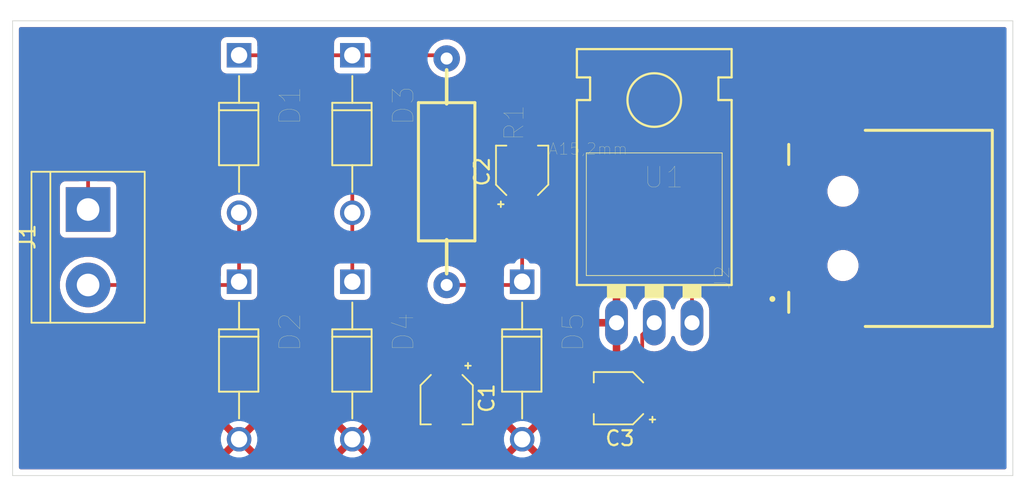
<source format=kicad_pcb>
(kicad_pcb (version 20171130) (host pcbnew "(5.1.9)-1")

  (general
    (thickness 1.6)
    (drawings 13)
    (tracks 32)
    (zones 0)
    (modules 12)
    (nets 10)
  )

  (page A4)
  (layers
    (0 F.Cu signal)
    (31 B.Cu signal)
    (32 B.Adhes user)
    (33 F.Adhes user)
    (34 B.Paste user)
    (35 F.Paste user)
    (36 B.SilkS user)
    (37 F.SilkS user)
    (38 B.Mask user)
    (39 F.Mask user)
    (40 Dwgs.User user)
    (41 Cmts.User user)
    (42 Eco1.User user)
    (43 Eco2.User user)
    (44 Edge.Cuts user)
    (45 Margin user)
    (46 B.CrtYd user)
    (47 F.CrtYd user)
    (48 B.Fab user)
    (49 F.Fab user)
  )

  (setup
    (last_trace_width 0.25)
    (trace_clearance 0.2)
    (zone_clearance 10)
    (zone_45_only no)
    (trace_min 0.2)
    (via_size 0.8)
    (via_drill 0.4)
    (via_min_size 0.4)
    (via_min_drill 0.3)
    (uvia_size 0.3)
    (uvia_drill 0.1)
    (uvias_allowed no)
    (uvia_min_size 0.2)
    (uvia_min_drill 0.1)
    (edge_width 0.05)
    (segment_width 0.2)
    (pcb_text_width 0.3)
    (pcb_text_size 1.5 1.5)
    (mod_edge_width 0.12)
    (mod_text_size 1 1)
    (mod_text_width 0.15)
    (pad_size 1.524 1.524)
    (pad_drill 0.762)
    (pad_to_mask_clearance 0)
    (aux_axis_origin 0 0)
    (visible_elements 7FFFFFFF)
    (pcbplotparams
      (layerselection 0x010fc_ffffffff)
      (usegerberextensions false)
      (usegerberattributes true)
      (usegerberadvancedattributes true)
      (creategerberjobfile true)
      (excludeedgelayer true)
      (linewidth 0.100000)
      (plotframeref false)
      (viasonmask false)
      (mode 1)
      (useauxorigin false)
      (hpglpennumber 1)
      (hpglpenspeed 20)
      (hpglpendiameter 15.000000)
      (psnegative false)
      (psa4output false)
      (plotreference true)
      (plotvalue true)
      (plotinvisibletext false)
      (padsonsilk false)
      (subtractmaskfromsilk false)
      (outputformat 1)
      (mirror false)
      (drillshape 1)
      (scaleselection 1)
      (outputdirectory ""))
  )

  (net 0 "")
  (net 1 "Net-(C1-Pad1)")
  (net 2 "Net-(C2-Pad1)")
  (net 3 gnd)
  (net 4 Vout)
  (net 5 "Net-(J2-Pad02)")
  (net 6 "Net-(J2-Pad03)")
  (net 7 "Net-(J2-PadS1)")
  (net 8 -)
  (net 9 +)

  (net_class Default "This is the default net class."
    (clearance 0.2)
    (trace_width 0.25)
    (via_dia 0.8)
    (via_drill 0.4)
    (uvia_dia 0.3)
    (uvia_drill 0.1)
    (add_net +)
    (add_net -)
    (add_net "Net-(C1-Pad1)")
    (add_net "Net-(C2-Pad1)")
    (add_net "Net-(J2-Pad02)")
    (add_net "Net-(J2-Pad03)")
    (add_net "Net-(J2-PadS1)")
    (add_net Vout)
    (add_net gnd)
  )

  (module LT1085_charger:TO220L1 (layer F.Cu) (tedit 60311A03) (tstamp 603275C1)
    (at 471.17 1054.1)
    (path /6031B799)
    (fp_text reference U1 (at 0.63533 -5.97217) (layer F.SilkS)
      (effects (font (size 1.40074 1.40074) (thickness 0.015)))
    )
    (fp_text value LT1085-5.0 (at 2.28795 -3.43194) (layer F.Fab)
      (effects (font (size 1.401197 1.401197) (thickness 0.015)))
    )
    (fp_line (start -5.207 1.27) (end 5.207 1.27) (layer F.SilkS) (width 0.1524))
    (fp_line (start 5.207 -14.605) (end -5.207 -14.605) (layer F.SilkS) (width 0.1524))
    (fp_line (start 5.207 1.27) (end 5.207 -11.176) (layer F.SilkS) (width 0.1524))
    (fp_line (start 5.207 -11.176) (end 4.318 -11.176) (layer F.SilkS) (width 0.1524))
    (fp_line (start 4.318 -11.176) (end 4.318 -12.7) (layer F.SilkS) (width 0.1524))
    (fp_line (start 4.318 -12.7) (end 5.207 -12.7) (layer F.SilkS) (width 0.1524))
    (fp_line (start 5.207 -12.7) (end 5.207 -14.605) (layer F.SilkS) (width 0.1524))
    (fp_line (start -5.207 1.27) (end -5.207 -11.176) (layer F.SilkS) (width 0.1524))
    (fp_line (start -5.207 -11.176) (end -4.318 -11.176) (layer F.SilkS) (width 0.1524))
    (fp_line (start -4.318 -11.176) (end -4.318 -12.7) (layer F.SilkS) (width 0.1524))
    (fp_line (start -4.318 -12.7) (end -5.207 -12.7) (layer F.SilkS) (width 0.1524))
    (fp_line (start -5.207 -12.7) (end -5.207 -14.605) (layer F.SilkS) (width 0.1524))
    (fp_line (start -4.572 0.635) (end 4.572 0.635) (layer F.SilkS) (width 0.0508))
    (fp_line (start 4.572 -7.62) (end 4.572 0.635) (layer F.SilkS) (width 0.0508))
    (fp_line (start 4.572 -7.62) (end -4.572 -7.62) (layer F.SilkS) (width 0.0508))
    (fp_line (start -4.572 0.635) (end -4.572 -7.62) (layer F.SilkS) (width 0.0508))
    (fp_circle (center 0 -11.176) (end 1.8034 -11.176) (layer F.SilkS) (width 0.1524))
    (fp_circle (center 0 -11.176) (end 4.191 -11.176) (layer Dwgs.User) (width 0.1))
    (fp_circle (center 0 -11.176) (end 4.191 -11.176) (layer Dwgs.User) (width 0.1))
    (fp_poly (pts (xy 1.90828 1.27) (xy 3.175 1.27) (xy 3.175 2.16272) (xy 1.90828 2.16272)) (layer F.SilkS) (width 0.01))
    (fp_poly (pts (xy 1.90576 2.159) (xy 3.175 2.159) (xy 3.175 3.81152) (xy 1.90576 3.81152)) (layer F.Fab) (width 0.01))
    (fp_poly (pts (xy -0.635951 1.27) (xy 0.635 1.27) (xy 0.635 2.16223) (xy -0.635951 2.16223)) (layer F.SilkS) (width 0.01))
    (fp_poly (pts (xy -3.17961 1.27) (xy -1.905 1.27) (xy -1.905 2.16213) (xy -3.17961 2.16213)) (layer F.SilkS) (width 0.01))
    (fp_poly (pts (xy -0.636056 2.159) (xy 0.635 2.159) (xy 0.635 3.81634) (xy -0.636056 3.81634)) (layer F.Fab) (width 0.01))
    (fp_poly (pts (xy -3.18102 2.159) (xy -1.905 2.159) (xy -1.905 3.81722) (xy -3.18102 3.81722)) (layer F.Fab) (width 0.01))
    (fp_text user A15,2mm (at -4.45375 -7.8895) (layer F.SilkS)
      (effects (font (size 0.781535 0.781535) (thickness 0.015)))
    )
    (fp_text user 1 (at -3.05187 0) (layer F.Fab)
      (effects (font (size 1.001268 1.001268) (thickness 0.015)))
    )
    (fp_text user 2 (at -0.508893 0) (layer F.Fab)
      (effects (font (size 1.001756 1.001756) (thickness 0.015)))
    )
    (fp_text user 3 (at 2.03255 0) (layer F.Fab)
      (effects (font (size 1.000268 1.000268) (thickness 0.015)))
    )
    (pad 1 thru_hole oval (at -2.54 3.81) (size 1.524 3.048) (drill 1.016) (layers *.Cu *.Mask)
      (net 3 gnd))
    (pad 2 thru_hole oval (at 0 3.81) (size 1.524 3.048) (drill 1.016) (layers *.Cu *.Mask)
      (net 4 Vout))
    (pad 3 thru_hole oval (at 2.54 3.81) (size 1.524 3.048) (drill 1.016) (layers *.Cu *.Mask)
      (net 2 "Net-(C2-Pad1)"))
  )

  (module Capacitor_SMD:CP_Elec_3x5.3 (layer F.Cu) (tedit 5B303299) (tstamp 60327479)
    (at 457.2 1062.99 270)
    (descr "SMT capacitor, aluminium electrolytic, 3x5.3, Cornell Dubilier Electronics ")
    (tags "Capacitor Electrolytic")
    (path /60316869)
    (attr smd)
    (fp_text reference C1 (at 0 -2.7 90) (layer F.SilkS)
      (effects (font (size 1 1) (thickness 0.15)))
    )
    (fp_text value 1m (at 0 2.7 90) (layer F.Fab)
      (effects (font (size 1 1) (thickness 0.15)))
    )
    (fp_circle (center 0 0) (end 1.5 0) (layer F.Fab) (width 0.1))
    (fp_line (start 1.65 -1.65) (end 1.65 1.65) (layer F.Fab) (width 0.1))
    (fp_line (start -0.825 -1.65) (end 1.65 -1.65) (layer F.Fab) (width 0.1))
    (fp_line (start -0.825 1.65) (end 1.65 1.65) (layer F.Fab) (width 0.1))
    (fp_line (start -1.65 -0.825) (end -1.65 0.825) (layer F.Fab) (width 0.1))
    (fp_line (start -1.65 -0.825) (end -0.825 -1.65) (layer F.Fab) (width 0.1))
    (fp_line (start -1.65 0.825) (end -0.825 1.65) (layer F.Fab) (width 0.1))
    (fp_line (start -1.110469 -0.8) (end -0.810469 -0.8) (layer F.Fab) (width 0.1))
    (fp_line (start -0.960469 -0.95) (end -0.960469 -0.65) (layer F.Fab) (width 0.1))
    (fp_line (start 1.76 1.76) (end 1.76 1.06) (layer F.SilkS) (width 0.12))
    (fp_line (start 1.76 -1.76) (end 1.76 -1.06) (layer F.SilkS) (width 0.12))
    (fp_line (start -0.870563 -1.76) (end 1.76 -1.76) (layer F.SilkS) (width 0.12))
    (fp_line (start -0.870563 1.76) (end 1.76 1.76) (layer F.SilkS) (width 0.12))
    (fp_line (start -1.570563 -1.06) (end -0.870563 -1.76) (layer F.SilkS) (width 0.12))
    (fp_line (start -1.570563 1.06) (end -0.870563 1.76) (layer F.SilkS) (width 0.12))
    (fp_line (start -2.375 -1.435) (end -2 -1.435) (layer F.SilkS) (width 0.12))
    (fp_line (start -2.1875 -1.6225) (end -2.1875 -1.2475) (layer F.SilkS) (width 0.12))
    (fp_line (start 1.9 -1.9) (end 1.9 -1.05) (layer F.CrtYd) (width 0.05))
    (fp_line (start 1.9 -1.05) (end 2.85 -1.05) (layer F.CrtYd) (width 0.05))
    (fp_line (start 2.85 -1.05) (end 2.85 1.05) (layer F.CrtYd) (width 0.05))
    (fp_line (start 2.85 1.05) (end 1.9 1.05) (layer F.CrtYd) (width 0.05))
    (fp_line (start 1.9 1.05) (end 1.9 1.9) (layer F.CrtYd) (width 0.05))
    (fp_line (start -0.93 1.9) (end 1.9 1.9) (layer F.CrtYd) (width 0.05))
    (fp_line (start -0.93 -1.9) (end 1.9 -1.9) (layer F.CrtYd) (width 0.05))
    (fp_line (start -1.78 1.05) (end -0.93 1.9) (layer F.CrtYd) (width 0.05))
    (fp_line (start -1.78 -1.05) (end -0.93 -1.9) (layer F.CrtYd) (width 0.05))
    (fp_line (start -1.78 -1.05) (end -2.85 -1.05) (layer F.CrtYd) (width 0.05))
    (fp_line (start -2.85 -1.05) (end -2.85 1.05) (layer F.CrtYd) (width 0.05))
    (fp_line (start -2.85 1.05) (end -1.78 1.05) (layer F.CrtYd) (width 0.05))
    (fp_text user %R (at 0 0 90) (layer F.Fab)
      (effects (font (size 0.6 0.6) (thickness 0.09)))
    )
    (pad 1 smd rect (at -1.5 0 270) (size 2.2 1.6) (layers F.Cu F.Paste F.Mask)
      (net 1 "Net-(C1-Pad1)"))
    (pad 2 smd rect (at 1.5 0 270) (size 2.2 1.6) (layers F.Cu F.Paste F.Mask)
      (net 3 gnd))
    (model ${KISYS3DMOD}/Capacitor_SMD.3dshapes/CP_Elec_3x5.3.wrl
      (at (xyz 0 0 0))
      (scale (xyz 1 1 1))
      (rotate (xyz 0 0 0))
    )
  )

  (module Capacitor_SMD:CP_Elec_3x5.3 (layer F.Cu) (tedit 5B303299) (tstamp 6032749D)
    (at 462.28 1047.75 90)
    (descr "SMT capacitor, aluminium electrolytic, 3x5.3, Cornell Dubilier Electronics ")
    (tags "Capacitor Electrolytic")
    (path /60318512)
    (attr smd)
    (fp_text reference C2 (at 0 -2.7 90) (layer F.SilkS)
      (effects (font (size 1 1) (thickness 0.15)))
    )
    (fp_text value 47u (at 0 2.7 90) (layer F.Fab)
      (effects (font (size 1 1) (thickness 0.15)))
    )
    (fp_line (start -2.85 1.05) (end -1.78 1.05) (layer F.CrtYd) (width 0.05))
    (fp_line (start -2.85 -1.05) (end -2.85 1.05) (layer F.CrtYd) (width 0.05))
    (fp_line (start -1.78 -1.05) (end -2.85 -1.05) (layer F.CrtYd) (width 0.05))
    (fp_line (start -1.78 -1.05) (end -0.93 -1.9) (layer F.CrtYd) (width 0.05))
    (fp_line (start -1.78 1.05) (end -0.93 1.9) (layer F.CrtYd) (width 0.05))
    (fp_line (start -0.93 -1.9) (end 1.9 -1.9) (layer F.CrtYd) (width 0.05))
    (fp_line (start -0.93 1.9) (end 1.9 1.9) (layer F.CrtYd) (width 0.05))
    (fp_line (start 1.9 1.05) (end 1.9 1.9) (layer F.CrtYd) (width 0.05))
    (fp_line (start 2.85 1.05) (end 1.9 1.05) (layer F.CrtYd) (width 0.05))
    (fp_line (start 2.85 -1.05) (end 2.85 1.05) (layer F.CrtYd) (width 0.05))
    (fp_line (start 1.9 -1.05) (end 2.85 -1.05) (layer F.CrtYd) (width 0.05))
    (fp_line (start 1.9 -1.9) (end 1.9 -1.05) (layer F.CrtYd) (width 0.05))
    (fp_line (start -2.1875 -1.6225) (end -2.1875 -1.2475) (layer F.SilkS) (width 0.12))
    (fp_line (start -2.375 -1.435) (end -2 -1.435) (layer F.SilkS) (width 0.12))
    (fp_line (start -1.570563 1.06) (end -0.870563 1.76) (layer F.SilkS) (width 0.12))
    (fp_line (start -1.570563 -1.06) (end -0.870563 -1.76) (layer F.SilkS) (width 0.12))
    (fp_line (start -0.870563 1.76) (end 1.76 1.76) (layer F.SilkS) (width 0.12))
    (fp_line (start -0.870563 -1.76) (end 1.76 -1.76) (layer F.SilkS) (width 0.12))
    (fp_line (start 1.76 -1.76) (end 1.76 -1.06) (layer F.SilkS) (width 0.12))
    (fp_line (start 1.76 1.76) (end 1.76 1.06) (layer F.SilkS) (width 0.12))
    (fp_line (start -0.960469 -0.95) (end -0.960469 -0.65) (layer F.Fab) (width 0.1))
    (fp_line (start -1.110469 -0.8) (end -0.810469 -0.8) (layer F.Fab) (width 0.1))
    (fp_line (start -1.65 0.825) (end -0.825 1.65) (layer F.Fab) (width 0.1))
    (fp_line (start -1.65 -0.825) (end -0.825 -1.65) (layer F.Fab) (width 0.1))
    (fp_line (start -1.65 -0.825) (end -1.65 0.825) (layer F.Fab) (width 0.1))
    (fp_line (start -0.825 1.65) (end 1.65 1.65) (layer F.Fab) (width 0.1))
    (fp_line (start -0.825 -1.65) (end 1.65 -1.65) (layer F.Fab) (width 0.1))
    (fp_line (start 1.65 -1.65) (end 1.65 1.65) (layer F.Fab) (width 0.1))
    (fp_circle (center 0 0) (end 1.5 0) (layer F.Fab) (width 0.1))
    (fp_text user %R (at 0 0 90) (layer F.Fab)
      (effects (font (size 0.6 0.6) (thickness 0.09)))
    )
    (pad 2 smd rect (at 1.5 0 90) (size 2.2 1.6) (layers F.Cu F.Paste F.Mask)
      (net 3 gnd))
    (pad 1 smd rect (at -1.5 0 90) (size 2.2 1.6) (layers F.Cu F.Paste F.Mask)
      (net 2 "Net-(C2-Pad1)"))
    (model ${KISYS3DMOD}/Capacitor_SMD.3dshapes/CP_Elec_3x5.3.wrl
      (at (xyz 0 0 0))
      (scale (xyz 1 1 1))
      (rotate (xyz 0 0 0))
    )
  )

  (module Capacitor_SMD:CP_Elec_3x5.3 (layer F.Cu) (tedit 5B303299) (tstamp 603274C1)
    (at 468.86 1062.99 180)
    (descr "SMT capacitor, aluminium electrolytic, 3x5.3, Cornell Dubilier Electronics ")
    (tags "Capacitor Electrolytic")
    (path /6031AA99)
    (attr smd)
    (fp_text reference C3 (at 0 -2.7) (layer F.SilkS)
      (effects (font (size 1 1) (thickness 0.15)))
    )
    (fp_text value 47u (at 0 2.7) (layer F.Fab)
      (effects (font (size 1 1) (thickness 0.15)))
    )
    (fp_circle (center 0 0) (end 1.5 0) (layer F.Fab) (width 0.1))
    (fp_line (start 1.65 -1.65) (end 1.65 1.65) (layer F.Fab) (width 0.1))
    (fp_line (start -0.825 -1.65) (end 1.65 -1.65) (layer F.Fab) (width 0.1))
    (fp_line (start -0.825 1.65) (end 1.65 1.65) (layer F.Fab) (width 0.1))
    (fp_line (start -1.65 -0.825) (end -1.65 0.825) (layer F.Fab) (width 0.1))
    (fp_line (start -1.65 -0.825) (end -0.825 -1.65) (layer F.Fab) (width 0.1))
    (fp_line (start -1.65 0.825) (end -0.825 1.65) (layer F.Fab) (width 0.1))
    (fp_line (start -1.110469 -0.8) (end -0.810469 -0.8) (layer F.Fab) (width 0.1))
    (fp_line (start -0.960469 -0.95) (end -0.960469 -0.65) (layer F.Fab) (width 0.1))
    (fp_line (start 1.76 1.76) (end 1.76 1.06) (layer F.SilkS) (width 0.12))
    (fp_line (start 1.76 -1.76) (end 1.76 -1.06) (layer F.SilkS) (width 0.12))
    (fp_line (start -0.870563 -1.76) (end 1.76 -1.76) (layer F.SilkS) (width 0.12))
    (fp_line (start -0.870563 1.76) (end 1.76 1.76) (layer F.SilkS) (width 0.12))
    (fp_line (start -1.570563 -1.06) (end -0.870563 -1.76) (layer F.SilkS) (width 0.12))
    (fp_line (start -1.570563 1.06) (end -0.870563 1.76) (layer F.SilkS) (width 0.12))
    (fp_line (start -2.375 -1.435) (end -2 -1.435) (layer F.SilkS) (width 0.12))
    (fp_line (start -2.1875 -1.6225) (end -2.1875 -1.2475) (layer F.SilkS) (width 0.12))
    (fp_line (start 1.9 -1.9) (end 1.9 -1.05) (layer F.CrtYd) (width 0.05))
    (fp_line (start 1.9 -1.05) (end 2.85 -1.05) (layer F.CrtYd) (width 0.05))
    (fp_line (start 2.85 -1.05) (end 2.85 1.05) (layer F.CrtYd) (width 0.05))
    (fp_line (start 2.85 1.05) (end 1.9 1.05) (layer F.CrtYd) (width 0.05))
    (fp_line (start 1.9 1.05) (end 1.9 1.9) (layer F.CrtYd) (width 0.05))
    (fp_line (start -0.93 1.9) (end 1.9 1.9) (layer F.CrtYd) (width 0.05))
    (fp_line (start -0.93 -1.9) (end 1.9 -1.9) (layer F.CrtYd) (width 0.05))
    (fp_line (start -1.78 1.05) (end -0.93 1.9) (layer F.CrtYd) (width 0.05))
    (fp_line (start -1.78 -1.05) (end -0.93 -1.9) (layer F.CrtYd) (width 0.05))
    (fp_line (start -1.78 -1.05) (end -2.85 -1.05) (layer F.CrtYd) (width 0.05))
    (fp_line (start -2.85 -1.05) (end -2.85 1.05) (layer F.CrtYd) (width 0.05))
    (fp_line (start -2.85 1.05) (end -1.78 1.05) (layer F.CrtYd) (width 0.05))
    (fp_text user %R (at 0 0) (layer F.Fab)
      (effects (font (size 0.6 0.6) (thickness 0.09)))
    )
    (pad 1 smd rect (at -1.5 0 180) (size 2.2 1.6) (layers F.Cu F.Paste F.Mask)
      (net 4 Vout))
    (pad 2 smd rect (at 1.5 0 180) (size 2.2 1.6) (layers F.Cu F.Paste F.Mask)
      (net 3 gnd))
    (model ${KISYS3DMOD}/Capacitor_SMD.3dshapes/CP_Elec_3x5.3.wrl
      (at (xyz 0 0 0))
      (scale (xyz 1 1 1))
      (rotate (xyz 0 0 0))
    )
  )

  (module Diode_1n4005:DIOAD1060W80L410D260 (layer F.Cu) (tedit 6031E720) (tstamp 603274E0)
    (at 443.23 1045.21 270)
    (path /603265C3)
    (fp_text reference D1 (at -1.908135 -3.434615 90) (layer F.SilkS)
      (effects (font (size 1.402291 1.402291) (thickness 0.015)))
    )
    (fp_text value 1N4005 (at 11.4323 2.9216 90) (layer F.Fab)
      (effects (font (size 1.400283 1.400283) (thickness 0.015)))
    )
    (fp_line (start -1.6 1.3) (end -1.6 -1.3) (layer F.Fab) (width 0.127))
    (fp_line (start -2.1 1.35) (end -2.1 0) (layer F.Fab) (width 0.127))
    (fp_line (start 2.1 1.35) (end -2.1 1.35) (layer F.Fab) (width 0.127))
    (fp_line (start 2.1 0) (end 2.1 1.35) (layer F.Fab) (width 0.127))
    (fp_line (start 2.1 0) (end 3.9 0) (layer F.Fab) (width 0.127))
    (fp_line (start 2.1 -1.3) (end 2.1 0) (layer F.Fab) (width 0.127))
    (fp_line (start -1.6 -1.3) (end 2.1 -1.3) (layer F.Fab) (width 0.127))
    (fp_line (start -2.1 -1.3) (end -1.6 -1.3) (layer F.Fab) (width 0.127))
    (fp_line (start -2.1 0) (end -2.1 -1.3) (layer F.Fab) (width 0.127))
    (fp_line (start -3.9 0) (end -2.1 0) (layer F.Fab) (width 0.127))
    (fp_line (start 2.1 0) (end 3.9 0) (layer F.SilkS) (width 0.127))
    (fp_line (start -2.1 0) (end -3.9 0) (layer F.SilkS) (width 0.127))
    (fp_line (start 2.1 0) (end 2.1 -1.3) (layer F.SilkS) (width 0.127))
    (fp_line (start 2.1 1.35) (end 2.1 0) (layer F.SilkS) (width 0.127))
    (fp_line (start -2.1 0) (end -2.1 1.35) (layer F.SilkS) (width 0.127))
    (fp_line (start -2.1 -1.3) (end -2.1 0) (layer F.SilkS) (width 0.127))
    (fp_line (start -1.6 1.35) (end -1.6 -1.3) (layer F.SilkS) (width 0.127))
    (fp_line (start -6.375 -1.5) (end -6.375 1.5) (layer F.CrtYd) (width 0.05))
    (fp_line (start 6.375 -1.5) (end -6.375 -1.5) (layer F.CrtYd) (width 0.05))
    (fp_line (start 6.375 1.5) (end 6.375 -1.5) (layer F.CrtYd) (width 0.05))
    (fp_line (start -6.375 1.5) (end 6.375 1.5) (layer F.CrtYd) (width 0.05))
    (fp_line (start -1.6 1.35) (end 2.1 1.35) (layer F.SilkS) (width 0.127))
    (fp_line (start -2.1 1.35) (end -1.6 1.35) (layer F.SilkS) (width 0.127))
    (fp_line (start -1.6 -1.3) (end -2.1 -1.3) (layer F.SilkS) (width 0.127))
    (fp_line (start 2.1 -1.3) (end -1.6 -1.3) (layer F.SilkS) (width 0.127))
    (pad 2 thru_hole circle (at 5.3 0 270) (size 1.65 1.65) (drill 1.1) (layers *.Cu *.Mask)
      (net 8 -))
    (pad 1 thru_hole rect (at -5.3 0 270) (size 1.65 1.65) (drill 1.1) (layers *.Cu *.Mask)
      (net 1 "Net-(C1-Pad1)"))
  )

  (module Diode_1n4005:DIOAD1060W80L410D260 (layer F.Cu) (tedit 6031E720) (tstamp 603274FF)
    (at 443.23 1060.45 270)
    (path /603288BC)
    (fp_text reference D2 (at -1.908135 -3.434615 90) (layer F.SilkS)
      (effects (font (size 1.402291 1.402291) (thickness 0.015)))
    )
    (fp_text value 1N4005 (at 0.0635 -0.508 90) (layer F.Fab)
      (effects (font (size 1.400283 1.400283) (thickness 0.015)))
    )
    (fp_line (start -1.6 1.3) (end -1.6 -1.3) (layer F.Fab) (width 0.127))
    (fp_line (start -2.1 1.35) (end -2.1 0) (layer F.Fab) (width 0.127))
    (fp_line (start 2.1 1.35) (end -2.1 1.35) (layer F.Fab) (width 0.127))
    (fp_line (start 2.1 0) (end 2.1 1.35) (layer F.Fab) (width 0.127))
    (fp_line (start 2.1 0) (end 3.9 0) (layer F.Fab) (width 0.127))
    (fp_line (start 2.1 -1.3) (end 2.1 0) (layer F.Fab) (width 0.127))
    (fp_line (start -1.6 -1.3) (end 2.1 -1.3) (layer F.Fab) (width 0.127))
    (fp_line (start -2.1 -1.3) (end -1.6 -1.3) (layer F.Fab) (width 0.127))
    (fp_line (start -2.1 0) (end -2.1 -1.3) (layer F.Fab) (width 0.127))
    (fp_line (start -3.9 0) (end -2.1 0) (layer F.Fab) (width 0.127))
    (fp_line (start 2.1 0) (end 3.9 0) (layer F.SilkS) (width 0.127))
    (fp_line (start -2.1 0) (end -3.9 0) (layer F.SilkS) (width 0.127))
    (fp_line (start 2.1 0) (end 2.1 -1.3) (layer F.SilkS) (width 0.127))
    (fp_line (start 2.1 1.35) (end 2.1 0) (layer F.SilkS) (width 0.127))
    (fp_line (start -2.1 0) (end -2.1 1.35) (layer F.SilkS) (width 0.127))
    (fp_line (start -2.1 -1.3) (end -2.1 0) (layer F.SilkS) (width 0.127))
    (fp_line (start -1.6 1.35) (end -1.6 -1.3) (layer F.SilkS) (width 0.127))
    (fp_line (start -6.375 -1.5) (end -6.375 1.5) (layer F.CrtYd) (width 0.05))
    (fp_line (start 6.375 -1.5) (end -6.375 -1.5) (layer F.CrtYd) (width 0.05))
    (fp_line (start 6.375 1.5) (end 6.375 -1.5) (layer F.CrtYd) (width 0.05))
    (fp_line (start -6.375 1.5) (end 6.375 1.5) (layer F.CrtYd) (width 0.05))
    (fp_line (start -1.6 1.35) (end 2.1 1.35) (layer F.SilkS) (width 0.127))
    (fp_line (start -2.1 1.35) (end -1.6 1.35) (layer F.SilkS) (width 0.127))
    (fp_line (start -1.6 -1.3) (end -2.1 -1.3) (layer F.SilkS) (width 0.127))
    (fp_line (start 2.1 -1.3) (end -1.6 -1.3) (layer F.SilkS) (width 0.127))
    (pad 2 thru_hole circle (at 5.3 0 270) (size 1.65 1.65) (drill 1.1) (layers *.Cu *.Mask)
      (net 3 gnd))
    (pad 1 thru_hole rect (at -5.3 0 270) (size 1.65 1.65) (drill 1.1) (layers *.Cu *.Mask)
      (net 8 -))
  )

  (module Diode_1n4005:DIOAD1060W80L410D260 (layer F.Cu) (tedit 6031E720) (tstamp 6032751E)
    (at 450.85 1045.21 270)
    (path /60328034)
    (fp_text reference D3 (at -1.908135 -3.434615 90) (layer F.SilkS)
      (effects (font (size 1.402291 1.402291) (thickness 0.015)))
    )
    (fp_text value 1N4005 (at 11.4323 2.9216 90) (layer F.Fab)
      (effects (font (size 1.400283 1.400283) (thickness 0.015)))
    )
    (fp_line (start 2.1 -1.3) (end -1.6 -1.3) (layer F.SilkS) (width 0.127))
    (fp_line (start -1.6 -1.3) (end -2.1 -1.3) (layer F.SilkS) (width 0.127))
    (fp_line (start -2.1 1.35) (end -1.6 1.35) (layer F.SilkS) (width 0.127))
    (fp_line (start -1.6 1.35) (end 2.1 1.35) (layer F.SilkS) (width 0.127))
    (fp_line (start -6.375 1.5) (end 6.375 1.5) (layer F.CrtYd) (width 0.05))
    (fp_line (start 6.375 1.5) (end 6.375 -1.5) (layer F.CrtYd) (width 0.05))
    (fp_line (start 6.375 -1.5) (end -6.375 -1.5) (layer F.CrtYd) (width 0.05))
    (fp_line (start -6.375 -1.5) (end -6.375 1.5) (layer F.CrtYd) (width 0.05))
    (fp_line (start -1.6 1.35) (end -1.6 -1.3) (layer F.SilkS) (width 0.127))
    (fp_line (start -2.1 -1.3) (end -2.1 0) (layer F.SilkS) (width 0.127))
    (fp_line (start -2.1 0) (end -2.1 1.35) (layer F.SilkS) (width 0.127))
    (fp_line (start 2.1 1.35) (end 2.1 0) (layer F.SilkS) (width 0.127))
    (fp_line (start 2.1 0) (end 2.1 -1.3) (layer F.SilkS) (width 0.127))
    (fp_line (start -2.1 0) (end -3.9 0) (layer F.SilkS) (width 0.127))
    (fp_line (start 2.1 0) (end 3.9 0) (layer F.SilkS) (width 0.127))
    (fp_line (start -3.9 0) (end -2.1 0) (layer F.Fab) (width 0.127))
    (fp_line (start -2.1 0) (end -2.1 -1.3) (layer F.Fab) (width 0.127))
    (fp_line (start -2.1 -1.3) (end -1.6 -1.3) (layer F.Fab) (width 0.127))
    (fp_line (start -1.6 -1.3) (end 2.1 -1.3) (layer F.Fab) (width 0.127))
    (fp_line (start 2.1 -1.3) (end 2.1 0) (layer F.Fab) (width 0.127))
    (fp_line (start 2.1 0) (end 3.9 0) (layer F.Fab) (width 0.127))
    (fp_line (start 2.1 0) (end 2.1 1.35) (layer F.Fab) (width 0.127))
    (fp_line (start 2.1 1.35) (end -2.1 1.35) (layer F.Fab) (width 0.127))
    (fp_line (start -2.1 1.35) (end -2.1 0) (layer F.Fab) (width 0.127))
    (fp_line (start -1.6 1.3) (end -1.6 -1.3) (layer F.Fab) (width 0.127))
    (pad 1 thru_hole rect (at -5.3 0 270) (size 1.65 1.65) (drill 1.1) (layers *.Cu *.Mask)
      (net 1 "Net-(C1-Pad1)"))
    (pad 2 thru_hole circle (at 5.3 0 270) (size 1.65 1.65) (drill 1.1) (layers *.Cu *.Mask)
      (net 9 +))
  )

  (module Diode_1n4005:DIOAD1060W80L410D260 (layer F.Cu) (tedit 6031E720) (tstamp 6032753D)
    (at 450.85 1060.45 270)
    (path /603291FF)
    (fp_text reference D4 (at -1.908135 -3.434615 90) (layer F.SilkS)
      (effects (font (size 1.402291 1.402291) (thickness 0.015)))
    )
    (fp_text value 1N4005 (at -0.127 0.0635 90) (layer F.Fab)
      (effects (font (size 1.400283 1.400283) (thickness 0.015)))
    )
    (fp_line (start 2.1 -1.3) (end -1.6 -1.3) (layer F.SilkS) (width 0.127))
    (fp_line (start -1.6 -1.3) (end -2.1 -1.3) (layer F.SilkS) (width 0.127))
    (fp_line (start -2.1 1.35) (end -1.6 1.35) (layer F.SilkS) (width 0.127))
    (fp_line (start -1.6 1.35) (end 2.1 1.35) (layer F.SilkS) (width 0.127))
    (fp_line (start -6.375 1.5) (end 6.375 1.5) (layer F.CrtYd) (width 0.05))
    (fp_line (start 6.375 1.5) (end 6.375 -1.5) (layer F.CrtYd) (width 0.05))
    (fp_line (start 6.375 -1.5) (end -6.375 -1.5) (layer F.CrtYd) (width 0.05))
    (fp_line (start -6.375 -1.5) (end -6.375 1.5) (layer F.CrtYd) (width 0.05))
    (fp_line (start -1.6 1.35) (end -1.6 -1.3) (layer F.SilkS) (width 0.127))
    (fp_line (start -2.1 -1.3) (end -2.1 0) (layer F.SilkS) (width 0.127))
    (fp_line (start -2.1 0) (end -2.1 1.35) (layer F.SilkS) (width 0.127))
    (fp_line (start 2.1 1.35) (end 2.1 0) (layer F.SilkS) (width 0.127))
    (fp_line (start 2.1 0) (end 2.1 -1.3) (layer F.SilkS) (width 0.127))
    (fp_line (start -2.1 0) (end -3.9 0) (layer F.SilkS) (width 0.127))
    (fp_line (start 2.1 0) (end 3.9 0) (layer F.SilkS) (width 0.127))
    (fp_line (start -3.9 0) (end -2.1 0) (layer F.Fab) (width 0.127))
    (fp_line (start -2.1 0) (end -2.1 -1.3) (layer F.Fab) (width 0.127))
    (fp_line (start -2.1 -1.3) (end -1.6 -1.3) (layer F.Fab) (width 0.127))
    (fp_line (start -1.6 -1.3) (end 2.1 -1.3) (layer F.Fab) (width 0.127))
    (fp_line (start 2.1 -1.3) (end 2.1 0) (layer F.Fab) (width 0.127))
    (fp_line (start 2.1 0) (end 3.9 0) (layer F.Fab) (width 0.127))
    (fp_line (start 2.1 0) (end 2.1 1.35) (layer F.Fab) (width 0.127))
    (fp_line (start 2.1 1.35) (end -2.1 1.35) (layer F.Fab) (width 0.127))
    (fp_line (start -2.1 1.35) (end -2.1 0) (layer F.Fab) (width 0.127))
    (fp_line (start -1.6 1.3) (end -1.6 -1.3) (layer F.Fab) (width 0.127))
    (pad 1 thru_hole rect (at -5.3 0 270) (size 1.65 1.65) (drill 1.1) (layers *.Cu *.Mask)
      (net 9 +))
    (pad 2 thru_hole circle (at 5.3 0 270) (size 1.65 1.65) (drill 1.1) (layers *.Cu *.Mask)
      (net 3 gnd))
  )

  (module zener:DIOAD1060W80L410D260 (layer F.Cu) (tedit 6031E7A5) (tstamp 6032755C)
    (at 462.28 1060.45 270)
    (path /603170B0)
    (fp_text reference D5 (at -1.908135 -3.434615 90) (layer F.SilkS)
      (effects (font (size 1.402291 1.402291) (thickness 0.015)))
    )
    (fp_text value BZX84Cxx (at 0.4445 -0.0635 90) (layer F.Fab)
      (effects (font (size 1.400283 1.400283) (thickness 0.015)))
    )
    (fp_line (start -1.6 1.3) (end -1.6 -1.3) (layer F.Fab) (width 0.127))
    (fp_line (start -2.1 1.35) (end -2.1 0) (layer F.Fab) (width 0.127))
    (fp_line (start 2.1 1.35) (end -2.1 1.35) (layer F.Fab) (width 0.127))
    (fp_line (start 2.1 0) (end 2.1 1.35) (layer F.Fab) (width 0.127))
    (fp_line (start 2.1 0) (end 3.9 0) (layer F.Fab) (width 0.127))
    (fp_line (start 2.1 -1.3) (end 2.1 0) (layer F.Fab) (width 0.127))
    (fp_line (start -1.6 -1.3) (end 2.1 -1.3) (layer F.Fab) (width 0.127))
    (fp_line (start -2.1 -1.3) (end -1.6 -1.3) (layer F.Fab) (width 0.127))
    (fp_line (start -2.1 0) (end -2.1 -1.3) (layer F.Fab) (width 0.127))
    (fp_line (start -3.9 0) (end -2.1 0) (layer F.Fab) (width 0.127))
    (fp_line (start 2.1 0) (end 3.9 0) (layer F.SilkS) (width 0.127))
    (fp_line (start -2.1 0) (end -3.9 0) (layer F.SilkS) (width 0.127))
    (fp_line (start 2.1 0) (end 2.1 -1.3) (layer F.SilkS) (width 0.127))
    (fp_line (start 2.1 1.35) (end 2.1 0) (layer F.SilkS) (width 0.127))
    (fp_line (start -2.1 0) (end -2.1 1.35) (layer F.SilkS) (width 0.127))
    (fp_line (start -2.1 -1.3) (end -2.1 0) (layer F.SilkS) (width 0.127))
    (fp_line (start -1.6 1.35) (end -1.6 -1.3) (layer F.SilkS) (width 0.127))
    (fp_line (start -6.375 -1.5) (end -6.375 1.5) (layer F.CrtYd) (width 0.05))
    (fp_line (start 6.375 -1.5) (end -6.375 -1.5) (layer F.CrtYd) (width 0.05))
    (fp_line (start 6.375 1.5) (end 6.375 -1.5) (layer F.CrtYd) (width 0.05))
    (fp_line (start -6.375 1.5) (end 6.375 1.5) (layer F.CrtYd) (width 0.05))
    (fp_line (start -1.6 1.35) (end 2.1 1.35) (layer F.SilkS) (width 0.127))
    (fp_line (start -2.1 1.35) (end -1.6 1.35) (layer F.SilkS) (width 0.127))
    (fp_line (start -1.6 -1.3) (end -2.1 -1.3) (layer F.SilkS) (width 0.127))
    (fp_line (start 2.1 -1.3) (end -1.6 -1.3) (layer F.SilkS) (width 0.127))
    (pad 2 thru_hole circle (at 5.3 0 270) (size 1.65 1.65) (drill 1.1) (layers *.Cu *.Mask)
      (net 3 gnd))
    (pad 1 thru_hole rect (at -5.3 0 270) (size 1.65 1.65) (drill 1.1) (layers *.Cu *.Mask)
      (net 2 "Net-(C2-Pad1)"))
  )

  (module TerminalBlock:TerminalBlock_bornier-2_P5.08mm (layer F.Cu) (tedit 59FF03AB) (tstamp 6031FBA8)
    (at 433.07 1050.29 270)
    (descr "simple 2-pin terminal block, pitch 5.08mm, revamped version of bornier2")
    (tags "terminal block bornier2")
    (path /6031590C)
    (fp_text reference J1 (at 1.8415 4.064 90) (layer F.SilkS)
      (effects (font (size 1 1) (thickness 0.15)))
    )
    (fp_text value Input (at 2.54 5.08 90) (layer F.Fab)
      (effects (font (size 1 1) (thickness 0.15)))
    )
    (fp_line (start -2.41 2.55) (end 7.49 2.55) (layer F.Fab) (width 0.1))
    (fp_line (start -2.46 -3.75) (end -2.46 3.75) (layer F.Fab) (width 0.1))
    (fp_line (start -2.46 3.75) (end 7.54 3.75) (layer F.Fab) (width 0.1))
    (fp_line (start 7.54 3.75) (end 7.54 -3.75) (layer F.Fab) (width 0.1))
    (fp_line (start 7.54 -3.75) (end -2.46 -3.75) (layer F.Fab) (width 0.1))
    (fp_line (start 7.62 2.54) (end -2.54 2.54) (layer F.SilkS) (width 0.12))
    (fp_line (start 7.62 3.81) (end 7.62 -3.81) (layer F.SilkS) (width 0.12))
    (fp_line (start 7.62 -3.81) (end -2.54 -3.81) (layer F.SilkS) (width 0.12))
    (fp_line (start -2.54 -3.81) (end -2.54 3.81) (layer F.SilkS) (width 0.12))
    (fp_line (start -2.54 3.81) (end 7.62 3.81) (layer F.SilkS) (width 0.12))
    (fp_line (start -2.71 -4) (end 7.79 -4) (layer F.CrtYd) (width 0.05))
    (fp_line (start -2.71 -4) (end -2.71 4) (layer F.CrtYd) (width 0.05))
    (fp_line (start 7.79 4) (end 7.79 -4) (layer F.CrtYd) (width 0.05))
    (fp_line (start 7.79 4) (end -2.71 4) (layer F.CrtYd) (width 0.05))
    (fp_text user %R (at 2.54 0 90) (layer F.Fab)
      (effects (font (size 1 1) (thickness 0.15)))
    )
    (pad 1 thru_hole rect (at 0 0 270) (size 3 3) (drill 1.52) (layers *.Cu *.Mask)
      (net 9 +))
    (pad 2 thru_hole circle (at 5.08 0 270) (size 3 3) (drill 1.52) (layers *.Cu *.Mask)
      (net 8 -))
    (model ${KISYS3DMOD}/TerminalBlock.3dshapes/TerminalBlock_bornier-2_P5.08mm.wrl
      (offset (xyz 2.539999961853027 0 0))
      (scale (xyz 1 1 1))
      (rotate (xyz 0 0 0))
    )
  )

  (module USB:SAMTEC_USB-A-S-X-X-SM2 (layer F.Cu) (tedit 603172E1) (tstamp 60327591)
    (at 483.87 1051.56 90)
    (path /6032BA44)
    (fp_text reference J2 (at -3.325 -8.135 90) (layer F.SilkS)
      (effects (font (size 1 1) (thickness 0.015)))
    )
    (fp_text value USB-A-S-X-X-SM2 (at 7.47 -6.635 90) (layer F.Fab)
      (effects (font (size 1 1) (thickness 0.015)))
    )
    (fp_line (start 6.6 10.05) (end -6.6 10.05) (layer F.Fab) (width 0.1))
    (fp_line (start -6.6 10.05) (end -6.6 -3.65) (layer F.Fab) (width 0.1))
    (fp_line (start -6.6 -3.65) (end 6.6 -3.65) (layer F.Fab) (width 0.1))
    (fp_line (start 6.6 -3.65) (end 6.6 10.05) (layer F.Fab) (width 0.1))
    (fp_line (start -6.6 10.05) (end -6.6 1.5) (layer F.SilkS) (width 0.2))
    (fp_line (start 6.6 1.5) (end 6.6 10.05) (layer F.SilkS) (width 0.2))
    (fp_line (start 6.6 10.05) (end -6.6 10.05) (layer F.SilkS) (width 0.2))
    (fp_line (start 6.85 10.3) (end -6.85 10.3) (layer F.CrtYd) (width 0.05))
    (fp_line (start -6.85 10.3) (end -6.85 1.15) (layer F.CrtYd) (width 0.05))
    (fp_line (start -6.85 1.15) (end -8.75 1.15) (layer F.CrtYd) (width 0.05))
    (fp_line (start -8.75 1.15) (end -8.75 -5.5) (layer F.CrtYd) (width 0.05))
    (fp_line (start -8.75 -5.5) (end 8.75 -5.5) (layer F.CrtYd) (width 0.05))
    (fp_line (start 8.75 -5.5) (end 8.75 1.15) (layer F.CrtYd) (width 0.05))
    (fp_line (start 8.75 1.15) (end 6.85 1.15) (layer F.CrtYd) (width 0.05))
    (fp_line (start 6.85 1.15) (end 6.85 10.3) (layer F.CrtYd) (width 0.05))
    (fp_circle (center -4.75 -4.75) (end -4.65 -4.75) (layer F.SilkS) (width 0.2))
    (fp_circle (center -4.75 -4.75) (end -4.65 -4.75) (layer F.Fab) (width 0.2))
    (fp_line (start -5.65 -3.65) (end -4.3 -3.65) (layer F.SilkS) (width 0.2))
    (fp_line (start 4.3 -3.65) (end 5.65 -3.65) (layer F.SilkS) (width 0.2))
    (fp_text user PCB~EDGE (at -3.5 9.5 90) (layer F.Fab)
      (effects (font (size 0.8 0.8) (thickness 0.015)))
    )
    (pad None np_thru_hole circle (at -2.5 0 90) (size 1.3 1.3) (drill 1.3) (layers *.Cu *.Mask))
    (pad None np_thru_hole circle (at 2.5 0 90) (size 1.3 1.3) (drill 1.3) (layers *.Cu *.Mask))
    (pad 04 smd rect (at 3.5 -3.85 90) (size 0.9 2.8) (layers F.Cu F.Paste F.Mask)
      (net 3 gnd))
    (pad 02 smd rect (at -1 -3.85 90) (size 0.9 2.8) (layers F.Cu F.Paste F.Mask)
      (net 5 "Net-(J2-Pad02)"))
    (pad 01 smd rect (at -3.5 -3.85 90) (size 0.9 2.8) (layers F.Cu F.Paste F.Mask)
      (net 4 Vout))
    (pad 03 smd rect (at 1 -3.85 90) (size 0.9 2.8) (layers F.Cu F.Paste F.Mask)
      (net 6 "Net-(J2-Pad03)"))
    (pad S1 smd rect (at -7.25 -1.6 90) (size 2.5 5) (layers F.Cu F.Paste F.Mask)
      (net 7 "Net-(J2-PadS1)"))
    (pad S2 smd rect (at 7.25 -1.6 90) (size 2.5 5) (layers F.Cu F.Paste F.Mask)
      (net 7 "Net-(J2-PadS1)"))
  )

  (module resist_20:EXC-ELSA39 (layer F.Cu) (tedit 6031EAA6) (tstamp 6032759D)
    (at 457.2 1047.75 270)
    (descr "EMI FERRITE BEAD")
    (path /60317AB7)
    (fp_text reference R1 (at -3.301135 -4.538715 90) (layer F.SilkS)
      (effects (font (size 1.299504 1.299504) (thickness 0.015)))
    )
    (fp_text value 20 (at -0.83184 4.53408 90) (layer F.Fab)
      (effects (font (size 1.048079 1.048079) (thickness 0.015)))
    )
    (fp_line (start -4.65 1.9) (end -4.65 -1.9) (layer F.SilkS) (width 0.2032))
    (fp_line (start 4.65 1.9) (end -4.65 1.9) (layer F.SilkS) (width 0.2032))
    (fp_line (start 4.65 -1.9) (end 4.65 1.9) (layer F.SilkS) (width 0.2032))
    (fp_line (start -4.65 -1.9) (end 4.65 -1.9) (layer F.SilkS) (width 0.2032))
    (fp_line (start 4.572 0) (end 6.858 0) (layer F.SilkS) (width 0.24))
    (fp_line (start -4.572 0) (end -6.858 0) (layer F.SilkS) (width 0.24))
    (pad 1 thru_hole circle (at -7.62 0 270) (size 1.778 1.778) (drill 0.8128) (layers *.Cu *.Mask)
      (net 1 "Net-(C1-Pad1)"))
    (pad 2 thru_hole circle (at 7.62 0 270) (size 1.778 1.778) (drill 0.8128) (layers *.Cu *.Mask)
      (net 2 "Net-(C2-Pad1)"))
  )

  (gr_line (start 427.99 1068.197) (end 427.99 1037.59) (layer Edge.Cuts) (width 0.05) (tstamp 6032024D))
  (gr_line (start 495.3 1068.197) (end 427.99 1068.197) (layer Edge.Cuts) (width 0.05))
  (gr_line (start 495.3 1037.59) (end 495.3 1068.197) (layer Edge.Cuts) (width 0.05))
  (gr_line (start 427.99 1037.59) (end 495.3 1037.59) (layer Edge.Cuts) (width 0.05))
  (gr_text "input\n" (at 435.864 1052.957 90) (layer Dwgs.User)
    (effects (font (size 1 1) (thickness 0.15)))
  )
  (gr_text "USB\n" (at 489.077 1051.7505 90) (layer Dwgs.User)
    (effects (font (size 1 1) (thickness 0.15)))
  )
  (gr_text LT1085-5.0 (at 470.7255 1050.417) (layer Dwgs.User)
    (effects (font (size 1 1) (thickness 0.15)))
  )
  (gr_text BZX85C10 (at 462.407 1060.577 90) (layer Dwgs.User)
    (effects (font (size 1 1) (thickness 0.15)))
  )
  (gr_text "20 ohm" (at 456.946 1047.75 90) (layer Dwgs.User)
    (effects (font (size 1 1) (thickness 0.15)))
  )
  (gr_text "1N4005\n" (at 450.596 1060.3865 90) (layer Dwgs.User)
    (effects (font (size 1 1) (thickness 0.15)))
  )
  (gr_text "1N4005\n" (at 450.4055 1045.083 90) (layer Dwgs.User)
    (effects (font (size 1 1) (thickness 0.15)))
  )
  (gr_text 1N4005 (at 443.103 1045.337 90) (layer Dwgs.User)
    (effects (font (size 1 1) (thickness 0.15)))
  )
  (gr_text "1N4005\n" (at 443.23 1060.6405 90) (layer Dwgs.User)
    (effects (font (size 1 1) (thickness 0.15)))
  )

  (segment (start 456.98 1039.91) (end 457.2 1040.13) (width 0.25) (layer F.Cu) (net 1))
  (segment (start 453.61 1039.91) (end 453.61 1059.908) (width 0.25) (layer F.Cu) (net 1))
  (segment (start 443.23 1039.91) (end 453.61 1039.91) (width 0.25) (layer F.Cu) (net 1))
  (segment (start 453.61 1039.91) (end 456.98 1039.91) (width 0.25) (layer F.Cu) (net 1))
  (segment (start 455.192 1061.49) (end 457.2 1061.49) (width 0.25) (layer F.Cu) (net 1))
  (segment (start 453.61 1059.908) (end 455.192 1061.49) (width 0.25) (layer F.Cu) (net 1))
  (segment (start 462.06 1055.37) (end 462.28 1055.15) (width 0.25) (layer F.Cu) (net 2))
  (segment (start 457.2 1055.37) (end 462.06 1055.37) (width 0.25) (layer F.Cu) (net 2))
  (segment (start 462.28 1055.15) (end 462.28 1054.1) (width 0.25) (layer B.Cu) (net 2))
  (segment (start 473.71 1057.91) (end 473.71 1051.56) (width 0.25) (layer F.Cu) (net 2))
  (segment (start 471.4 1049.25) (end 462.28 1049.25) (width 0.25) (layer F.Cu) (net 2))
  (segment (start 473.71 1051.56) (end 471.4 1049.25) (width 0.25) (layer F.Cu) (net 2))
  (segment (start 462.28 1049.25) (end 462.28 1055.15) (width 0.25) (layer F.Cu) (net 2))
  (segment (start 470.36 1058.72) (end 471.17 1057.91) (width 0.25) (layer F.Cu) (net 4))
  (segment (start 470.36 1062.99) (end 470.36 1058.72) (width 0.25) (layer F.Cu) (net 4))
  (segment (start 470.36 1062.99) (end 475.361 1062.99) (width 0.25) (layer F.Cu) (net 4))
  (segment (start 475.361 1062.99) (end 477.5835 1060.7675) (width 0.25) (layer F.Cu) (net 4))
  (segment (start 477.5835 1060.7675) (end 477.5835 1056.005) (width 0.25) (layer F.Cu) (net 4))
  (segment (start 478.5285 1055.06) (end 480.02 1055.06) (width 0.25) (layer F.Cu) (net 4))
  (segment (start 477.5835 1056.005) (end 478.5285 1055.06) (width 0.25) (layer F.Cu) (net 4))
  (segment (start 482.27 1044.31) (end 486.918 1048.958) (width 0.25) (layer F.Cu) (net 7))
  (segment (start 486.918 1048.958) (end 486.918 1055.116) (width 0.25) (layer F.Cu) (net 7))
  (segment (start 486.918 1055.116) (end 482.4095 1059.6245) (width 0.25) (layer F.Cu) (net 7))
  (segment (start 443.23 1055.15) (end 443.23 1050.51) (width 0.25) (layer F.Cu) (net 8))
  (segment (start 443.01 1055.37) (end 443.23 1055.15) (width 0.25) (layer F.Cu) (net 8))
  (segment (start 433.07 1055.37) (end 443.01 1055.37) (width 0.25) (layer F.Cu) (net 8))
  (segment (start 433.07 1050.29) (end 433.07 1047.75) (width 0.25) (layer F.Cu) (net 9))
  (segment (start 433.07 1047.75) (end 434.34 1046.48) (width 0.25) (layer F.Cu) (net 9))
  (segment (start 434.34 1046.48) (end 449.58 1046.48) (width 0.25) (layer F.Cu) (net 9))
  (segment (start 450.85 1047.75) (end 450.85 1050.51) (width 0.25) (layer F.Cu) (net 9))
  (segment (start 449.58 1046.48) (end 450.85 1047.75) (width 0.25) (layer F.Cu) (net 9))
  (segment (start 450.85 1055.15) (end 450.85 1050.51) (width 0.25) (layer F.Cu) (net 9))

  (zone (net 3) (net_name gnd) (layer F.Cu) (tstamp 0) (hatch edge 0.508)
    (connect_pads (clearance 0.4))
    (min_thickness 0.254)
    (fill yes (arc_segments 32) (thermal_gap 0.508) (thermal_bridge_width 0.508))
    (polygon
      (pts
        (xy 495.935 1068.832) (xy 427.355 1068.705) (xy 427.2915 1036.955) (xy 496.062 1036.955)
      )
    )
    (filled_polygon
      (pts
        (xy 494.748001 1067.645) (xy 428.542 1067.645) (xy 428.542 1066.760551) (xy 442.399054 1066.760551) (xy 442.473663 1067.007073)
        (xy 442.733439 1067.130473) (xy 443.012297 1067.200823) (xy 443.299521 1067.215417) (xy 443.584074 1067.173697) (xy 443.85502 1067.077265)
        (xy 443.986337 1067.007073) (xy 444.060946 1066.760551) (xy 450.019054 1066.760551) (xy 450.093663 1067.007073) (xy 450.353439 1067.130473)
        (xy 450.632297 1067.200823) (xy 450.919521 1067.215417) (xy 451.204074 1067.173697) (xy 451.47502 1067.077265) (xy 451.606337 1067.007073)
        (xy 451.680946 1066.760551) (xy 461.449054 1066.760551) (xy 461.523663 1067.007073) (xy 461.783439 1067.130473) (xy 462.062297 1067.200823)
        (xy 462.349521 1067.215417) (xy 462.634074 1067.173697) (xy 462.90502 1067.077265) (xy 463.036337 1067.007073) (xy 463.110946 1066.760551)
        (xy 462.28 1065.929605) (xy 461.449054 1066.760551) (xy 451.680946 1066.760551) (xy 450.85 1065.929605) (xy 450.019054 1066.760551)
        (xy 444.060946 1066.760551) (xy 443.23 1065.929605) (xy 442.399054 1066.760551) (xy 428.542 1066.760551) (xy 428.542 1065.819521)
        (xy 441.764583 1065.819521) (xy 441.806303 1066.104074) (xy 441.902735 1066.37502) (xy 441.972927 1066.506337) (xy 442.219449 1066.580946)
        (xy 443.050395 1065.75) (xy 443.409605 1065.75) (xy 444.240551 1066.580946) (xy 444.487073 1066.506337) (xy 444.610473 1066.246561)
        (xy 444.680823 1065.967703) (xy 444.688352 1065.819521) (xy 449.384583 1065.819521) (xy 449.426303 1066.104074) (xy 449.522735 1066.37502)
        (xy 449.592927 1066.506337) (xy 449.839449 1066.580946) (xy 450.670395 1065.75) (xy 451.029605 1065.75) (xy 451.860551 1066.580946)
        (xy 452.107073 1066.506337) (xy 452.230473 1066.246561) (xy 452.300823 1065.967703) (xy 452.315417 1065.680479) (xy 452.302152 1065.59)
        (xy 455.761928 1065.59) (xy 455.774188 1065.714482) (xy 455.810498 1065.83418) (xy 455.869463 1065.944494) (xy 455.948815 1066.041185)
        (xy 456.045506 1066.120537) (xy 456.15582 1066.179502) (xy 456.275518 1066.215812) (xy 456.4 1066.228072) (xy 456.91425 1066.225)
        (xy 457.073 1066.06625) (xy 457.073 1064.617) (xy 457.327 1064.617) (xy 457.327 1066.06625) (xy 457.48575 1066.225)
        (xy 458 1066.228072) (xy 458.124482 1066.215812) (xy 458.24418 1066.179502) (xy 458.354494 1066.120537) (xy 458.451185 1066.041185)
        (xy 458.530537 1065.944494) (xy 458.589502 1065.83418) (xy 458.593948 1065.819521) (xy 460.814583 1065.819521) (xy 460.856303 1066.104074)
        (xy 460.952735 1066.37502) (xy 461.022927 1066.506337) (xy 461.269449 1066.580946) (xy 462.100395 1065.75) (xy 462.459605 1065.75)
        (xy 463.290551 1066.580946) (xy 463.537073 1066.506337) (xy 463.660473 1066.246561) (xy 463.730823 1065.967703) (xy 463.745417 1065.680479)
        (xy 463.703697 1065.395926) (xy 463.607265 1065.12498) (xy 463.537073 1064.993663) (xy 463.290551 1064.919054) (xy 462.459605 1065.75)
        (xy 462.100395 1065.75) (xy 461.269449 1064.919054) (xy 461.022927 1064.993663) (xy 460.899527 1065.253439) (xy 460.829177 1065.532297)
        (xy 460.814583 1065.819521) (xy 458.593948 1065.819521) (xy 458.625812 1065.714482) (xy 458.638072 1065.59) (xy 458.635 1064.77575)
        (xy 458.598699 1064.739449) (xy 461.449054 1064.739449) (xy 462.28 1065.570395) (xy 463.110946 1064.739449) (xy 463.036337 1064.492927)
        (xy 462.776561 1064.369527) (xy 462.497703 1064.299177) (xy 462.210479 1064.284583) (xy 461.925926 1064.326303) (xy 461.65498 1064.422735)
        (xy 461.523663 1064.492927) (xy 461.449054 1064.739449) (xy 458.598699 1064.739449) (xy 458.47625 1064.617) (xy 457.327 1064.617)
        (xy 457.073 1064.617) (xy 455.92375 1064.617) (xy 455.765 1064.77575) (xy 455.761928 1065.59) (xy 452.302152 1065.59)
        (xy 452.273697 1065.395926) (xy 452.177265 1065.12498) (xy 452.107073 1064.993663) (xy 451.860551 1064.919054) (xy 451.029605 1065.75)
        (xy 450.670395 1065.75) (xy 449.839449 1064.919054) (xy 449.592927 1064.993663) (xy 449.469527 1065.253439) (xy 449.399177 1065.532297)
        (xy 449.384583 1065.819521) (xy 444.688352 1065.819521) (xy 444.695417 1065.680479) (xy 444.653697 1065.395926) (xy 444.557265 1065.12498)
        (xy 444.487073 1064.993663) (xy 444.240551 1064.919054) (xy 443.409605 1065.75) (xy 443.050395 1065.75) (xy 442.219449 1064.919054)
        (xy 441.972927 1064.993663) (xy 441.849527 1065.253439) (xy 441.779177 1065.532297) (xy 441.764583 1065.819521) (xy 428.542 1065.819521)
        (xy 428.542 1064.739449) (xy 442.399054 1064.739449) (xy 443.23 1065.570395) (xy 444.060946 1064.739449) (xy 450.019054 1064.739449)
        (xy 450.85 1065.570395) (xy 451.680946 1064.739449) (xy 451.606337 1064.492927) (xy 451.346561 1064.369527) (xy 451.067703 1064.299177)
        (xy 450.780479 1064.284583) (xy 450.495926 1064.326303) (xy 450.22498 1064.422735) (xy 450.093663 1064.492927) (xy 450.019054 1064.739449)
        (xy 444.060946 1064.739449) (xy 443.986337 1064.492927) (xy 443.726561 1064.369527) (xy 443.447703 1064.299177) (xy 443.160479 1064.284583)
        (xy 442.875926 1064.326303) (xy 442.60498 1064.422735) (xy 442.473663 1064.492927) (xy 442.399054 1064.739449) (xy 428.542 1064.739449)
        (xy 428.542 1055.170358) (xy 431.043 1055.170358) (xy 431.043 1055.569642) (xy 431.120896 1055.961254) (xy 431.273696 1056.330145)
        (xy 431.495526 1056.662137) (xy 431.777863 1056.944474) (xy 432.109855 1057.166304) (xy 432.478746 1057.319104) (xy 432.870358 1057.397)
        (xy 433.269642 1057.397) (xy 433.661254 1057.319104) (xy 434.030145 1057.166304) (xy 434.362137 1056.944474) (xy 434.644474 1056.662137)
        (xy 434.866304 1056.330145) (xy 434.993942 1056.022) (xy 441.88008 1056.022) (xy 441.885626 1056.07831) (xy 441.915761 1056.17765)
        (xy 441.964696 1056.269202) (xy 442.030552 1056.349448) (xy 442.110798 1056.415304) (xy 442.20235 1056.464239) (xy 442.30169 1056.494374)
        (xy 442.405 1056.504549) (xy 444.055 1056.504549) (xy 444.15831 1056.494374) (xy 444.25765 1056.464239) (xy 444.349202 1056.415304)
        (xy 444.429448 1056.349448) (xy 444.495304 1056.269202) (xy 444.544239 1056.17765) (xy 444.574374 1056.07831) (xy 444.584549 1055.975)
        (xy 444.584549 1054.325) (xy 444.574374 1054.22169) (xy 444.544239 1054.12235) (xy 444.495304 1054.030798) (xy 444.429448 1053.950552)
        (xy 444.349202 1053.884696) (xy 444.25765 1053.835761) (xy 444.15831 1053.805626) (xy 444.055 1053.795451) (xy 443.882 1053.795451)
        (xy 443.882 1051.700384) (xy 444.09185 1051.560167) (xy 444.280167 1051.37185) (xy 444.428127 1051.150412) (xy 444.530044 1050.904364)
        (xy 444.582 1050.64316) (xy 444.582 1050.37684) (xy 444.530044 1050.115636) (xy 444.428127 1049.869588) (xy 444.280167 1049.64815)
        (xy 444.09185 1049.459833) (xy 443.870412 1049.311873) (xy 443.624364 1049.209956) (xy 443.36316 1049.158) (xy 443.09684 1049.158)
        (xy 442.835636 1049.209956) (xy 442.589588 1049.311873) (xy 442.36815 1049.459833) (xy 442.179833 1049.64815) (xy 442.031873 1049.869588)
        (xy 441.929956 1050.115636) (xy 441.878 1050.37684) (xy 441.878 1050.64316) (xy 441.929956 1050.904364) (xy 442.031873 1051.150412)
        (xy 442.179833 1051.37185) (xy 442.36815 1051.560167) (xy 442.578001 1051.700385) (xy 442.578 1053.795451) (xy 442.405 1053.795451)
        (xy 442.30169 1053.805626) (xy 442.20235 1053.835761) (xy 442.110798 1053.884696) (xy 442.030552 1053.950552) (xy 441.964696 1054.030798)
        (xy 441.915761 1054.12235) (xy 441.885626 1054.22169) (xy 441.875451 1054.325) (xy 441.875451 1054.718) (xy 434.993942 1054.718)
        (xy 434.866304 1054.409855) (xy 434.644474 1054.077863) (xy 434.362137 1053.795526) (xy 434.030145 1053.573696) (xy 433.661254 1053.420896)
        (xy 433.269642 1053.343) (xy 432.870358 1053.343) (xy 432.478746 1053.420896) (xy 432.109855 1053.573696) (xy 431.777863 1053.795526)
        (xy 431.495526 1054.077863) (xy 431.273696 1054.409855) (xy 431.120896 1054.778746) (xy 431.043 1055.170358) (xy 428.542 1055.170358)
        (xy 428.542 1048.79) (xy 431.040451 1048.79) (xy 431.040451 1051.79) (xy 431.050626 1051.89331) (xy 431.080761 1051.99265)
        (xy 431.129696 1052.084202) (xy 431.195552 1052.164448) (xy 431.275798 1052.230304) (xy 431.36735 1052.279239) (xy 431.46669 1052.309374)
        (xy 431.57 1052.319549) (xy 434.57 1052.319549) (xy 434.67331 1052.309374) (xy 434.77265 1052.279239) (xy 434.864202 1052.230304)
        (xy 434.944448 1052.164448) (xy 435.010304 1052.084202) (xy 435.059239 1051.99265) (xy 435.089374 1051.89331) (xy 435.099549 1051.79)
        (xy 435.099549 1048.79) (xy 435.089374 1048.68669) (xy 435.059239 1048.58735) (xy 435.010304 1048.495798) (xy 434.944448 1048.415552)
        (xy 434.864202 1048.349696) (xy 434.77265 1048.300761) (xy 434.67331 1048.270626) (xy 434.57 1048.260451) (xy 433.722 1048.260451)
        (xy 433.722 1048.020066) (xy 434.610067 1047.132) (xy 449.309934 1047.132) (xy 450.198 1048.020067) (xy 450.198001 1049.319615)
        (xy 449.98815 1049.459833) (xy 449.799833 1049.64815) (xy 449.651873 1049.869588) (xy 449.549956 1050.115636) (xy 449.498 1050.37684)
        (xy 449.498 1050.64316) (xy 449.549956 1050.904364) (xy 449.651873 1051.150412) (xy 449.799833 1051.37185) (xy 449.98815 1051.560167)
        (xy 450.198001 1051.700385) (xy 450.198 1053.795451) (xy 450.025 1053.795451) (xy 449.92169 1053.805626) (xy 449.82235 1053.835761)
        (xy 449.730798 1053.884696) (xy 449.650552 1053.950552) (xy 449.584696 1054.030798) (xy 449.535761 1054.12235) (xy 449.505626 1054.22169)
        (xy 449.495451 1054.325) (xy 449.495451 1055.975) (xy 449.505626 1056.07831) (xy 449.535761 1056.17765) (xy 449.584696 1056.269202)
        (xy 449.650552 1056.349448) (xy 449.730798 1056.415304) (xy 449.82235 1056.464239) (xy 449.92169 1056.494374) (xy 450.025 1056.504549)
        (xy 451.675 1056.504549) (xy 451.77831 1056.494374) (xy 451.87765 1056.464239) (xy 451.969202 1056.415304) (xy 452.049448 1056.349448)
        (xy 452.115304 1056.269202) (xy 452.164239 1056.17765) (xy 452.194374 1056.07831) (xy 452.204549 1055.975) (xy 452.204549 1054.325)
        (xy 452.194374 1054.22169) (xy 452.164239 1054.12235) (xy 452.115304 1054.030798) (xy 452.049448 1053.950552) (xy 451.969202 1053.884696)
        (xy 451.87765 1053.835761) (xy 451.77831 1053.805626) (xy 451.675 1053.795451) (xy 451.502 1053.795451) (xy 451.502 1051.700384)
        (xy 451.71185 1051.560167) (xy 451.900167 1051.37185) (xy 452.048127 1051.150412) (xy 452.150044 1050.904364) (xy 452.202 1050.64316)
        (xy 452.202 1050.37684) (xy 452.150044 1050.115636) (xy 452.048127 1049.869588) (xy 451.900167 1049.64815) (xy 451.71185 1049.459833)
        (xy 451.502 1049.319616) (xy 451.502 1047.782021) (xy 451.505154 1047.749999) (xy 451.492565 1047.622185) (xy 451.455283 1047.499283)
        (xy 451.394741 1047.386016) (xy 451.313264 1047.286736) (xy 451.288388 1047.266321) (xy 450.063685 1046.041619) (xy 450.043264 1046.016736)
        (xy 449.943984 1045.935259) (xy 449.830717 1045.874717) (xy 449.707814 1045.837435) (xy 449.612022 1045.828) (xy 449.58 1045.824846)
        (xy 449.547978 1045.828) (xy 434.372021 1045.828) (xy 434.339999 1045.824846) (xy 434.212185 1045.837435) (xy 434.156912 1045.854202)
        (xy 434.089283 1045.874717) (xy 433.976016 1045.935259) (xy 433.876736 1046.016736) (xy 433.85632 1046.041613) (xy 432.631614 1047.26632)
        (xy 432.606737 1047.286736) (xy 432.52526 1047.386016) (xy 432.492899 1047.446559) (xy 432.464717 1047.499284) (xy 432.427435 1047.622186)
        (xy 432.414846 1047.75) (xy 432.418001 1047.782032) (xy 432.418001 1048.260451) (xy 431.57 1048.260451) (xy 431.46669 1048.270626)
        (xy 431.36735 1048.300761) (xy 431.275798 1048.349696) (xy 431.195552 1048.415552) (xy 431.129696 1048.495798) (xy 431.080761 1048.58735)
        (xy 431.050626 1048.68669) (xy 431.040451 1048.79) (xy 428.542 1048.79) (xy 428.542 1039.085) (xy 441.875451 1039.085)
        (xy 441.875451 1040.735) (xy 441.885626 1040.83831) (xy 441.915761 1040.93765) (xy 441.964696 1041.029202) (xy 442.030552 1041.109448)
        (xy 442.110798 1041.175304) (xy 442.20235 1041.224239) (xy 442.30169 1041.254374) (xy 442.405 1041.264549) (xy 444.055 1041.264549)
        (xy 444.15831 1041.254374) (xy 444.25765 1041.224239) (xy 444.349202 1041.175304) (xy 444.429448 1041.109448) (xy 444.495304 1041.029202)
        (xy 444.544239 1040.93765) (xy 444.574374 1040.83831) (xy 444.584549 1040.735) (xy 444.584549 1040.562) (xy 449.495451 1040.562)
        (xy 449.495451 1040.735) (xy 449.505626 1040.83831) (xy 449.535761 1040.93765) (xy 449.584696 1041.029202) (xy 449.650552 1041.109448)
        (xy 449.730798 1041.175304) (xy 449.82235 1041.224239) (xy 449.92169 1041.254374) (xy 450.025 1041.264549) (xy 451.675 1041.264549)
        (xy 451.77831 1041.254374) (xy 451.87765 1041.224239) (xy 451.969202 1041.175304) (xy 452.049448 1041.109448) (xy 452.115304 1041.029202)
        (xy 452.164239 1040.93765) (xy 452.194374 1040.83831) (xy 452.204549 1040.735) (xy 452.204549 1040.562) (xy 452.958 1040.562)
        (xy 452.958001 1059.875968) (xy 452.954846 1059.908) (xy 452.967435 1060.035814) (xy 453.004717 1060.158716) (xy 453.032899 1060.211441)
        (xy 453.06526 1060.271984) (xy 453.146737 1060.371264) (xy 453.171614 1060.39168) (xy 454.70832 1061.928387) (xy 454.728736 1061.953264)
        (xy 454.828016 1062.034741) (xy 454.941283 1062.095283) (xy 455.064185 1062.132565) (xy 455.192 1062.145154) (xy 455.224022 1062.142)
        (xy 455.870451 1062.142) (xy 455.870451 1062.59) (xy 455.880626 1062.69331) (xy 455.910761 1062.79265) (xy 455.959696 1062.884202)
        (xy 455.982099 1062.9115) (xy 455.948815 1062.938815) (xy 455.869463 1063.035506) (xy 455.810498 1063.14582) (xy 455.774188 1063.265518)
        (xy 455.761928 1063.39) (xy 455.765 1064.20425) (xy 455.92375 1064.363) (xy 457.073 1064.363) (xy 457.073 1064.343)
        (xy 457.327 1064.343) (xy 457.327 1064.363) (xy 458.47625 1064.363) (xy 458.635 1064.20425) (xy 458.636562 1063.79)
        (xy 465.621928 1063.79) (xy 465.634188 1063.914482) (xy 465.670498 1064.03418) (xy 465.729463 1064.144494) (xy 465.808815 1064.241185)
        (xy 465.905506 1064.320537) (xy 466.01582 1064.379502) (xy 466.135518 1064.415812) (xy 466.26 1064.428072) (xy 467.07425 1064.425)
        (xy 467.233 1064.26625) (xy 467.233 1063.117) (xy 465.78375 1063.117) (xy 465.625 1063.27575) (xy 465.621928 1063.79)
        (xy 458.636562 1063.79) (xy 458.638072 1063.39) (xy 458.625812 1063.265518) (xy 458.589502 1063.14582) (xy 458.530537 1063.035506)
        (xy 458.451185 1062.938815) (xy 458.417901 1062.9115) (xy 458.440304 1062.884202) (xy 458.489239 1062.79265) (xy 458.519374 1062.69331)
        (xy 458.529549 1062.59) (xy 458.529549 1062.19) (xy 465.621928 1062.19) (xy 465.625 1062.70425) (xy 465.78375 1062.863)
        (xy 467.233 1062.863) (xy 467.233 1061.71375) (xy 467.07425 1061.555) (xy 466.26 1061.551928) (xy 466.135518 1061.564188)
        (xy 466.01582 1061.600498) (xy 465.905506 1061.659463) (xy 465.808815 1061.738815) (xy 465.729463 1061.835506) (xy 465.670498 1061.94582)
        (xy 465.634188 1062.065518) (xy 465.621928 1062.19) (xy 458.529549 1062.19) (xy 458.529549 1060.39) (xy 458.519374 1060.28669)
        (xy 458.489239 1060.18735) (xy 458.440304 1060.095798) (xy 458.374448 1060.015552) (xy 458.294202 1059.949696) (xy 458.20265 1059.900761)
        (xy 458.10331 1059.870626) (xy 458 1059.860451) (xy 456.4 1059.860451) (xy 456.29669 1059.870626) (xy 456.19735 1059.900761)
        (xy 456.105798 1059.949696) (xy 456.025552 1060.015552) (xy 455.959696 1060.095798) (xy 455.910761 1060.18735) (xy 455.880626 1060.28669)
        (xy 455.870451 1060.39) (xy 455.870451 1060.838) (xy 455.462067 1060.838) (xy 454.262 1059.637934) (xy 454.262 1058.037)
        (xy 467.233 1058.037) (xy 467.233 1058.799) (xy 467.284619 1059.069101) (xy 467.387941 1059.323942) (xy 467.538994 1059.553729)
        (xy 467.731974 1059.749632) (xy 467.959465 1059.904122) (xy 468.212724 1060.011262) (xy 468.28693 1060.02622) (xy 468.503 1059.90372)
        (xy 468.503 1058.037) (xy 467.233 1058.037) (xy 454.262 1058.037) (xy 454.262 1057.021) (xy 467.233 1057.021)
        (xy 467.233 1057.783) (xy 468.503 1057.783) (xy 468.503 1055.91628) (xy 468.28693 1055.79378) (xy 468.212724 1055.808738)
        (xy 467.959465 1055.915878) (xy 467.731974 1056.070368) (xy 467.538994 1056.266271) (xy 467.387941 1056.496058) (xy 467.284619 1056.750899)
        (xy 467.233 1057.021) (xy 454.262 1057.021) (xy 454.262 1055.230536) (xy 455.784 1055.230536) (xy 455.784 1055.509464)
        (xy 455.838416 1055.783032) (xy 455.945157 1056.040727) (xy 456.100121 1056.272647) (xy 456.297353 1056.469879) (xy 456.529273 1056.624843)
        (xy 456.786968 1056.731584) (xy 457.060536 1056.786) (xy 457.339464 1056.786) (xy 457.613032 1056.731584) (xy 457.870727 1056.624843)
        (xy 458.102647 1056.469879) (xy 458.299879 1056.272647) (xy 458.454843 1056.040727) (xy 458.4626 1056.022) (xy 460.93008 1056.022)
        (xy 460.935626 1056.07831) (xy 460.965761 1056.17765) (xy 461.014696 1056.269202) (xy 461.080552 1056.349448) (xy 461.160798 1056.415304)
        (xy 461.25235 1056.464239) (xy 461.35169 1056.494374) (xy 461.455 1056.504549) (xy 463.105 1056.504549) (xy 463.20831 1056.494374)
        (xy 463.30765 1056.464239) (xy 463.399202 1056.415304) (xy 463.479448 1056.349448) (xy 463.545304 1056.269202) (xy 463.594239 1056.17765)
        (xy 463.624374 1056.07831) (xy 463.634549 1055.975) (xy 463.634549 1054.325) (xy 463.624374 1054.22169) (xy 463.594239 1054.12235)
        (xy 463.545304 1054.030798) (xy 463.479448 1053.950552) (xy 463.399202 1053.884696) (xy 463.30765 1053.835761) (xy 463.20831 1053.805626)
        (xy 463.105 1053.795451) (xy 462.932 1053.795451) (xy 462.932 1050.879549) (xy 463.08 1050.879549) (xy 463.18331 1050.869374)
        (xy 463.28265 1050.839239) (xy 463.374202 1050.790304) (xy 463.454448 1050.724448) (xy 463.520304 1050.644202) (xy 463.569239 1050.55265)
        (xy 463.599374 1050.45331) (xy 463.609549 1050.35) (xy 463.609549 1049.902) (xy 471.129934 1049.902) (xy 473.058001 1051.830068)
        (xy 473.058 1056.034921) (xy 472.990405 1056.071051) (xy 472.79413 1056.23213) (xy 472.633051 1056.428406) (xy 472.513358 1056.652336)
        (xy 472.44 1056.894165) (xy 472.366642 1056.652335) (xy 472.246949 1056.428405) (xy 472.08587 1056.23213) (xy 471.889594 1056.071051)
        (xy 471.665664 1055.951358) (xy 471.422687 1055.877652) (xy 471.17 1055.852764) (xy 470.917312 1055.877652) (xy 470.674335 1055.951358)
        (xy 470.450405 1056.071051) (xy 470.25413 1056.23213) (xy 470.093051 1056.428406) (xy 469.973358 1056.652336) (xy 469.957121 1056.705862)
        (xy 469.872059 1056.496058) (xy 469.721006 1056.266271) (xy 469.528026 1056.070368) (xy 469.300535 1055.915878) (xy 469.047276 1055.808738)
        (xy 468.97307 1055.79378) (xy 468.757 1055.91628) (xy 468.757 1057.783) (xy 468.777 1057.783) (xy 468.777 1058.037)
        (xy 468.757 1058.037) (xy 468.757 1059.90372) (xy 468.97307 1060.02622) (xy 469.047276 1060.011262) (xy 469.300535 1059.904122)
        (xy 469.528026 1059.749632) (xy 469.708001 1059.566931) (xy 469.708 1061.660451) (xy 469.26 1061.660451) (xy 469.15669 1061.670626)
        (xy 469.05735 1061.700761) (xy 468.965798 1061.749696) (xy 468.9385 1061.772099) (xy 468.911185 1061.738815) (xy 468.814494 1061.659463)
        (xy 468.70418 1061.600498) (xy 468.584482 1061.564188) (xy 468.46 1061.551928) (xy 467.64575 1061.555) (xy 467.487 1061.71375)
        (xy 467.487 1062.863) (xy 467.507 1062.863) (xy 467.507 1063.117) (xy 467.487 1063.117) (xy 467.487 1064.26625)
        (xy 467.64575 1064.425) (xy 468.46 1064.428072) (xy 468.584482 1064.415812) (xy 468.70418 1064.379502) (xy 468.814494 1064.320537)
        (xy 468.911185 1064.241185) (xy 468.9385 1064.207901) (xy 468.965798 1064.230304) (xy 469.05735 1064.279239) (xy 469.15669 1064.309374)
        (xy 469.26 1064.319549) (xy 471.46 1064.319549) (xy 471.56331 1064.309374) (xy 471.66265 1064.279239) (xy 471.754202 1064.230304)
        (xy 471.834448 1064.164448) (xy 471.900304 1064.084202) (xy 471.949239 1063.99265) (xy 471.979374 1063.89331) (xy 471.989549 1063.79)
        (xy 471.989549 1063.642) (xy 475.328978 1063.642) (xy 475.361 1063.645154) (xy 475.393022 1063.642) (xy 475.488814 1063.632565)
        (xy 475.611717 1063.595283) (xy 475.724984 1063.534741) (xy 475.824264 1063.453264) (xy 475.844685 1063.428381) (xy 478.021888 1061.251179)
        (xy 478.046764 1061.230764) (xy 478.128241 1061.131484) (xy 478.188783 1061.018217) (xy 478.226065 1060.895314) (xy 478.2355 1060.799522)
        (xy 478.2355 1060.799521) (xy 478.238654 1060.7675) (xy 478.2355 1060.735478) (xy 478.2355 1056.275066) (xy 478.489454 1056.021112)
        (xy 478.51669 1056.029374) (xy 478.62 1056.039549) (xy 481.42 1056.039549) (xy 481.52331 1056.029374) (xy 481.62265 1055.999239)
        (xy 481.714202 1055.950304) (xy 481.794448 1055.884448) (xy 481.860304 1055.804202) (xy 481.909239 1055.71265) (xy 481.939374 1055.61331)
        (xy 481.949549 1055.51) (xy 481.949549 1054.61) (xy 481.939374 1054.50669) (xy 481.909239 1054.40735) (xy 481.860304 1054.315798)
        (xy 481.794448 1054.235552) (xy 481.714202 1054.169696) (xy 481.62265 1054.120761) (xy 481.52331 1054.090626) (xy 481.42 1054.080451)
        (xy 478.62 1054.080451) (xy 478.51669 1054.090626) (xy 478.41735 1054.120761) (xy 478.325798 1054.169696) (xy 478.245552 1054.235552)
        (xy 478.179696 1054.315798) (xy 478.130761 1054.40735) (xy 478.100626 1054.50669) (xy 478.09409 1054.573056) (xy 478.065236 1054.596736)
        (xy 478.04482 1054.621613) (xy 477.145114 1055.52132) (xy 477.120237 1055.541736) (xy 477.03876 1055.641016) (xy 477.028217 1055.660741)
        (xy 476.978217 1055.754284) (xy 476.940935 1055.877186) (xy 476.928346 1056.005) (xy 476.931501 1056.037032) (xy 476.9315 1060.497433)
        (xy 475.090934 1062.338) (xy 471.989549 1062.338) (xy 471.989549 1062.19) (xy 471.979374 1062.08669) (xy 471.949239 1061.98735)
        (xy 471.900304 1061.895798) (xy 471.834448 1061.815552) (xy 471.754202 1061.749696) (xy 471.66265 1061.700761) (xy 471.56331 1061.670626)
        (xy 471.46 1061.660451) (xy 471.012 1061.660451) (xy 471.012 1059.951674) (xy 471.17 1059.967236) (xy 471.422688 1059.942348)
        (xy 471.665665 1059.868642) (xy 471.889595 1059.748949) (xy 472.08587 1059.58787) (xy 472.246949 1059.391595) (xy 472.366642 1059.167665)
        (xy 472.44 1058.925835) (xy 472.513359 1059.167665) (xy 472.633052 1059.391595) (xy 472.794131 1059.58787) (xy 472.990406 1059.748949)
        (xy 473.214336 1059.868642) (xy 473.457313 1059.942348) (xy 473.71 1059.967236) (xy 473.962688 1059.942348) (xy 474.205665 1059.868642)
        (xy 474.429595 1059.748949) (xy 474.62587 1059.58787) (xy 474.786949 1059.391595) (xy 474.906642 1059.167665) (xy 474.980348 1058.924688)
        (xy 474.999 1058.735314) (xy 474.999 1057.084686) (xy 474.980348 1056.895312) (xy 474.906642 1056.652335) (xy 474.786949 1056.428405)
        (xy 474.62587 1056.23213) (xy 474.429594 1056.071051) (xy 474.362 1056.034921) (xy 474.362 1053.944076) (xy 482.693 1053.944076)
        (xy 482.693 1054.175924) (xy 482.738231 1054.403318) (xy 482.826956 1054.617519) (xy 482.955764 1054.810294) (xy 483.119706 1054.974236)
        (xy 483.312481 1055.103044) (xy 483.526682 1055.191769) (xy 483.754076 1055.237) (xy 483.985924 1055.237) (xy 484.213318 1055.191769)
        (xy 484.427519 1055.103044) (xy 484.620294 1054.974236) (xy 484.784236 1054.810294) (xy 484.913044 1054.617519) (xy 485.001769 1054.403318)
        (xy 485.047 1054.175924) (xy 485.047 1053.944076) (xy 485.001769 1053.716682) (xy 484.913044 1053.502481) (xy 484.784236 1053.309706)
        (xy 484.620294 1053.145764) (xy 484.427519 1053.016956) (xy 484.213318 1052.928231) (xy 483.985924 1052.883) (xy 483.754076 1052.883)
        (xy 483.526682 1052.928231) (xy 483.312481 1053.016956) (xy 483.119706 1053.145764) (xy 482.955764 1053.309706) (xy 482.826956 1053.502481)
        (xy 482.738231 1053.716682) (xy 482.693 1053.944076) (xy 474.362 1053.944076) (xy 474.362 1052.11) (xy 478.090451 1052.11)
        (xy 478.090451 1053.01) (xy 478.100626 1053.11331) (xy 478.130761 1053.21265) (xy 478.179696 1053.304202) (xy 478.245552 1053.384448)
        (xy 478.325798 1053.450304) (xy 478.41735 1053.499239) (xy 478.51669 1053.529374) (xy 478.62 1053.539549) (xy 481.42 1053.539549)
        (xy 481.52331 1053.529374) (xy 481.62265 1053.499239) (xy 481.714202 1053.450304) (xy 481.794448 1053.384448) (xy 481.860304 1053.304202)
        (xy 481.909239 1053.21265) (xy 481.939374 1053.11331) (xy 481.949549 1053.01) (xy 481.949549 1052.11) (xy 481.939374 1052.00669)
        (xy 481.909239 1051.90735) (xy 481.860304 1051.815798) (xy 481.794448 1051.735552) (xy 481.714202 1051.669696) (xy 481.62265 1051.620761)
        (xy 481.52331 1051.590626) (xy 481.42 1051.580451) (xy 478.62 1051.580451) (xy 478.51669 1051.590626) (xy 478.41735 1051.620761)
        (xy 478.325798 1051.669696) (xy 478.245552 1051.735552) (xy 478.179696 1051.815798) (xy 478.130761 1051.90735) (xy 478.100626 1052.00669)
        (xy 478.090451 1052.11) (xy 474.362 1052.11) (xy 474.362 1051.592014) (xy 474.365153 1051.559999) (xy 474.362 1051.527985)
        (xy 474.362 1051.527978) (xy 474.352565 1051.432186) (xy 474.334263 1051.37185) (xy 474.315283 1051.309283) (xy 474.312567 1051.304202)
        (xy 474.254741 1051.196016) (xy 474.173264 1051.096736) (xy 474.148387 1051.07632) (xy 473.182067 1050.11) (xy 478.090451 1050.11)
        (xy 478.090451 1051.01) (xy 478.100626 1051.11331) (xy 478.130761 1051.21265) (xy 478.179696 1051.304202) (xy 478.245552 1051.384448)
        (xy 478.325798 1051.450304) (xy 478.41735 1051.499239) (xy 478.51669 1051.529374) (xy 478.62 1051.539549) (xy 481.42 1051.539549)
        (xy 481.52331 1051.529374) (xy 481.62265 1051.499239) (xy 481.714202 1051.450304) (xy 481.794448 1051.384448) (xy 481.860304 1051.304202)
        (xy 481.909239 1051.21265) (xy 481.939374 1051.11331) (xy 481.949549 1051.01) (xy 481.949549 1050.11) (xy 481.939374 1050.00669)
        (xy 481.909239 1049.90735) (xy 481.860304 1049.815798) (xy 481.794448 1049.735552) (xy 481.714202 1049.669696) (xy 481.62265 1049.620761)
        (xy 481.52331 1049.590626) (xy 481.42 1049.580451) (xy 478.62 1049.580451) (xy 478.51669 1049.590626) (xy 478.41735 1049.620761)
        (xy 478.325798 1049.669696) (xy 478.245552 1049.735552) (xy 478.179696 1049.815798) (xy 478.130761 1049.90735) (xy 478.100626 1050.00669)
        (xy 478.090451 1050.11) (xy 473.182067 1050.11) (xy 471.883685 1048.811619) (xy 471.863264 1048.786736) (xy 471.763984 1048.705259)
        (xy 471.650717 1048.644717) (xy 471.527814 1048.607435) (xy 471.432022 1048.598) (xy 471.4 1048.594846) (xy 471.367978 1048.598)
        (xy 463.609549 1048.598) (xy 463.609549 1048.51) (xy 477.981928 1048.51) (xy 477.994188 1048.634482) (xy 478.030498 1048.75418)
        (xy 478.089463 1048.864494) (xy 478.168815 1048.961185) (xy 478.265506 1049.040537) (xy 478.37582 1049.099502) (xy 478.495518 1049.135812)
        (xy 478.62 1049.148072) (xy 479.73425 1049.145) (xy 479.893 1048.98625) (xy 479.893 1048.187) (xy 480.147 1048.187)
        (xy 480.147 1048.98625) (xy 480.30575 1049.145) (xy 481.42 1049.148072) (xy 481.544482 1049.135812) (xy 481.66418 1049.099502)
        (xy 481.774494 1049.040537) (xy 481.871185 1048.961185) (xy 481.885225 1048.944076) (xy 482.693 1048.944076) (xy 482.693 1049.175924)
        (xy 482.738231 1049.403318) (xy 482.826956 1049.617519) (xy 482.955764 1049.810294) (xy 483.119706 1049.974236) (xy 483.312481 1050.103044)
        (xy 483.526682 1050.191769) (xy 483.754076 1050.237) (xy 483.985924 1050.237) (xy 484.213318 1050.191769) (xy 484.427519 1050.103044)
        (xy 484.620294 1049.974236) (xy 484.784236 1049.810294) (xy 484.913044 1049.617519) (xy 485.001769 1049.403318) (xy 485.047 1049.175924)
        (xy 485.047 1048.944076) (xy 485.001769 1048.716682) (xy 484.913044 1048.502481) (xy 484.784236 1048.309706) (xy 484.620294 1048.145764)
        (xy 484.427519 1048.016956) (xy 484.213318 1047.928231) (xy 483.985924 1047.883) (xy 483.754076 1047.883) (xy 483.526682 1047.928231)
        (xy 483.312481 1048.016956) (xy 483.119706 1048.145764) (xy 482.955764 1048.309706) (xy 482.826956 1048.502481) (xy 482.738231 1048.716682)
        (xy 482.693 1048.944076) (xy 481.885225 1048.944076) (xy 481.950537 1048.864494) (xy 482.009502 1048.75418) (xy 482.045812 1048.634482)
        (xy 482.058072 1048.51) (xy 482.055 1048.34575) (xy 481.89625 1048.187) (xy 480.147 1048.187) (xy 479.893 1048.187)
        (xy 478.14375 1048.187) (xy 477.985 1048.34575) (xy 477.981928 1048.51) (xy 463.609549 1048.51) (xy 463.609549 1048.15)
        (xy 463.599374 1048.04669) (xy 463.569239 1047.94735) (xy 463.520304 1047.855798) (xy 463.497901 1047.8285) (xy 463.531185 1047.801185)
        (xy 463.610537 1047.704494) (xy 463.661045 1047.61) (xy 477.981928 1047.61) (xy 477.985 1047.77425) (xy 478.14375 1047.933)
        (xy 479.893 1047.933) (xy 479.893 1047.13375) (xy 480.147 1047.13375) (xy 480.147 1047.933) (xy 481.89625 1047.933)
        (xy 482.055 1047.77425) (xy 482.058072 1047.61) (xy 482.045812 1047.485518) (xy 482.009502 1047.36582) (xy 481.950537 1047.255506)
        (xy 481.871185 1047.158815) (xy 481.774494 1047.079463) (xy 481.66418 1047.020498) (xy 481.544482 1046.984188) (xy 481.42 1046.971928)
        (xy 480.30575 1046.975) (xy 480.147 1047.13375) (xy 479.893 1047.13375) (xy 479.73425 1046.975) (xy 478.62 1046.971928)
        (xy 478.495518 1046.984188) (xy 478.37582 1047.020498) (xy 478.265506 1047.079463) (xy 478.168815 1047.158815) (xy 478.089463 1047.255506)
        (xy 478.030498 1047.36582) (xy 477.994188 1047.485518) (xy 477.981928 1047.61) (xy 463.661045 1047.61) (xy 463.669502 1047.59418)
        (xy 463.705812 1047.474482) (xy 463.718072 1047.35) (xy 463.715 1046.53575) (xy 463.55625 1046.377) (xy 462.407 1046.377)
        (xy 462.407 1046.397) (xy 462.153 1046.397) (xy 462.153 1046.377) (xy 461.00375 1046.377) (xy 460.845 1046.53575)
        (xy 460.841928 1047.35) (xy 460.854188 1047.474482) (xy 460.890498 1047.59418) (xy 460.949463 1047.704494) (xy 461.028815 1047.801185)
        (xy 461.062099 1047.8285) (xy 461.039696 1047.855798) (xy 460.990761 1047.94735) (xy 460.960626 1048.04669) (xy 460.950451 1048.15)
        (xy 460.950451 1050.35) (xy 460.960626 1050.45331) (xy 460.990761 1050.55265) (xy 461.039696 1050.644202) (xy 461.105552 1050.724448)
        (xy 461.185798 1050.790304) (xy 461.27735 1050.839239) (xy 461.37669 1050.869374) (xy 461.48 1050.879549) (xy 461.628 1050.879549)
        (xy 461.628001 1053.795451) (xy 461.455 1053.795451) (xy 461.35169 1053.805626) (xy 461.25235 1053.835761) (xy 461.160798 1053.884696)
        (xy 461.080552 1053.950552) (xy 461.014696 1054.030798) (xy 460.965761 1054.12235) (xy 460.935626 1054.22169) (xy 460.925451 1054.325)
        (xy 460.925451 1054.718) (xy 458.4626 1054.718) (xy 458.454843 1054.699273) (xy 458.299879 1054.467353) (xy 458.102647 1054.270121)
        (xy 457.870727 1054.115157) (xy 457.613032 1054.008416) (xy 457.339464 1053.954) (xy 457.060536 1053.954) (xy 456.786968 1054.008416)
        (xy 456.529273 1054.115157) (xy 456.297353 1054.270121) (xy 456.100121 1054.467353) (xy 455.945157 1054.699273) (xy 455.838416 1054.956968)
        (xy 455.784 1055.230536) (xy 454.262 1055.230536) (xy 454.262 1045.15) (xy 460.841928 1045.15) (xy 460.845 1045.96425)
        (xy 461.00375 1046.123) (xy 462.153 1046.123) (xy 462.153 1044.67375) (xy 462.407 1044.67375) (xy 462.407 1046.123)
        (xy 463.55625 1046.123) (xy 463.715 1045.96425) (xy 463.718072 1045.15) (xy 463.705812 1045.025518) (xy 463.669502 1044.90582)
        (xy 463.610537 1044.795506) (xy 463.531185 1044.698815) (xy 463.434494 1044.619463) (xy 463.32418 1044.560498) (xy 463.204482 1044.524188)
        (xy 463.08 1044.511928) (xy 462.56575 1044.515) (xy 462.407 1044.67375) (xy 462.153 1044.67375) (xy 461.99425 1044.515)
        (xy 461.48 1044.511928) (xy 461.355518 1044.524188) (xy 461.23582 1044.560498) (xy 461.125506 1044.619463) (xy 461.028815 1044.698815)
        (xy 460.949463 1044.795506) (xy 460.890498 1044.90582) (xy 460.854188 1045.025518) (xy 460.841928 1045.15) (xy 454.262 1045.15)
        (xy 454.262 1043.06) (xy 479.240451 1043.06) (xy 479.240451 1045.56) (xy 479.250626 1045.66331) (xy 479.280761 1045.76265)
        (xy 479.329696 1045.854202) (xy 479.395552 1045.934448) (xy 479.475798 1046.000304) (xy 479.56735 1046.049239) (xy 479.66669 1046.079374)
        (xy 479.77 1046.089549) (xy 483.127483 1046.089549) (xy 486.266 1049.228067) (xy 486.266001 1054.845932) (xy 484.081483 1057.030451)
        (xy 479.77 1057.030451) (xy 479.66669 1057.040626) (xy 479.56735 1057.070761) (xy 479.475798 1057.119696) (xy 479.395552 1057.185552)
        (xy 479.329696 1057.265798) (xy 479.280761 1057.35735) (xy 479.250626 1057.45669) (xy 479.240451 1057.56) (xy 479.240451 1060.06)
        (xy 479.250626 1060.16331) (xy 479.280761 1060.26265) (xy 479.329696 1060.354202) (xy 479.395552 1060.434448) (xy 479.475798 1060.500304)
        (xy 479.56735 1060.549239) (xy 479.66669 1060.579374) (xy 479.77 1060.589549) (xy 484.77 1060.589549) (xy 484.87331 1060.579374)
        (xy 484.97265 1060.549239) (xy 485.064202 1060.500304) (xy 485.144448 1060.434448) (xy 485.210304 1060.354202) (xy 485.259239 1060.26265)
        (xy 485.289374 1060.16331) (xy 485.299549 1060.06) (xy 485.299549 1057.656518) (xy 487.356387 1055.59968) (xy 487.381264 1055.579264)
        (xy 487.462741 1055.479984) (xy 487.523283 1055.366717) (xy 487.560565 1055.243814) (xy 487.57 1055.148022) (xy 487.573154 1055.116)
        (xy 487.57 1055.083978) (xy 487.57 1048.990022) (xy 487.573154 1048.958) (xy 487.560565 1048.830185) (xy 487.523283 1048.707284)
        (xy 487.523283 1048.707283) (xy 487.462741 1048.594016) (xy 487.381264 1048.494736) (xy 487.356388 1048.474321) (xy 484.940928 1046.058862)
        (xy 484.97265 1046.049239) (xy 485.064202 1046.000304) (xy 485.144448 1045.934448) (xy 485.210304 1045.854202) (xy 485.259239 1045.76265)
        (xy 485.289374 1045.66331) (xy 485.299549 1045.56) (xy 485.299549 1043.06) (xy 485.289374 1042.95669) (xy 485.259239 1042.85735)
        (xy 485.210304 1042.765798) (xy 485.144448 1042.685552) (xy 485.064202 1042.619696) (xy 484.97265 1042.570761) (xy 484.87331 1042.540626)
        (xy 484.77 1042.530451) (xy 479.77 1042.530451) (xy 479.66669 1042.540626) (xy 479.56735 1042.570761) (xy 479.475798 1042.619696)
        (xy 479.395552 1042.685552) (xy 479.329696 1042.765798) (xy 479.280761 1042.85735) (xy 479.250626 1042.95669) (xy 479.240451 1043.06)
        (xy 454.262 1043.06) (xy 454.262 1040.562) (xy 455.846273 1040.562) (xy 455.945157 1040.800727) (xy 456.100121 1041.032647)
        (xy 456.297353 1041.229879) (xy 456.529273 1041.384843) (xy 456.786968 1041.491584) (xy 457.060536 1041.546) (xy 457.339464 1041.546)
        (xy 457.613032 1041.491584) (xy 457.870727 1041.384843) (xy 458.102647 1041.229879) (xy 458.299879 1041.032647) (xy 458.454843 1040.800727)
        (xy 458.561584 1040.543032) (xy 458.616 1040.269464) (xy 458.616 1039.990536) (xy 458.561584 1039.716968) (xy 458.454843 1039.459273)
        (xy 458.299879 1039.227353) (xy 458.102647 1039.030121) (xy 457.870727 1038.875157) (xy 457.613032 1038.768416) (xy 457.339464 1038.714)
        (xy 457.060536 1038.714) (xy 456.786968 1038.768416) (xy 456.529273 1038.875157) (xy 456.297353 1039.030121) (xy 456.100121 1039.227353)
        (xy 456.079643 1039.258) (xy 453.642022 1039.258) (xy 453.61 1039.254846) (xy 453.577978 1039.258) (xy 452.204549 1039.258)
        (xy 452.204549 1039.085) (xy 452.194374 1038.98169) (xy 452.164239 1038.88235) (xy 452.115304 1038.790798) (xy 452.049448 1038.710552)
        (xy 451.969202 1038.644696) (xy 451.87765 1038.595761) (xy 451.77831 1038.565626) (xy 451.675 1038.555451) (xy 450.025 1038.555451)
        (xy 449.92169 1038.565626) (xy 449.82235 1038.595761) (xy 449.730798 1038.644696) (xy 449.650552 1038.710552) (xy 449.584696 1038.790798)
        (xy 449.535761 1038.88235) (xy 449.505626 1038.98169) (xy 449.495451 1039.085) (xy 449.495451 1039.258) (xy 444.584549 1039.258)
        (xy 444.584549 1039.085) (xy 444.574374 1038.98169) (xy 444.544239 1038.88235) (xy 444.495304 1038.790798) (xy 444.429448 1038.710552)
        (xy 444.349202 1038.644696) (xy 444.25765 1038.595761) (xy 444.15831 1038.565626) (xy 444.055 1038.555451) (xy 442.405 1038.555451)
        (xy 442.30169 1038.565626) (xy 442.20235 1038.595761) (xy 442.110798 1038.644696) (xy 442.030552 1038.710552) (xy 441.964696 1038.790798)
        (xy 441.915761 1038.88235) (xy 441.885626 1038.98169) (xy 441.875451 1039.085) (xy 428.542 1039.085) (xy 428.542 1038.142)
        (xy 494.748 1038.142)
      )
    )
  )
  (zone (net 0) (net_name "") (layer B.Cu) (tstamp 0) (hatch edge 0.508)
    (connect_pads (clearance 0.4))
    (min_thickness 0.254)
    (fill yes (arc_segments 32) (thermal_gap 0.508) (thermal_bridge_width 0.508))
    (polygon
      (pts
        (xy 495.935 1068.705) (xy 427.355 1068.7685) (xy 427.4185 1036.955) (xy 495.9985 1036.955)
      )
    )
    (filled_polygon
      (pts
        (xy 494.748001 1067.645) (xy 428.542 1067.645) (xy 428.542 1065.61684) (xy 441.878 1065.61684) (xy 441.878 1065.88316)
        (xy 441.929956 1066.144364) (xy 442.031873 1066.390412) (xy 442.179833 1066.61185) (xy 442.36815 1066.800167) (xy 442.589588 1066.948127)
        (xy 442.835636 1067.050044) (xy 443.09684 1067.102) (xy 443.36316 1067.102) (xy 443.624364 1067.050044) (xy 443.870412 1066.948127)
        (xy 444.09185 1066.800167) (xy 444.280167 1066.61185) (xy 444.428127 1066.390412) (xy 444.530044 1066.144364) (xy 444.582 1065.88316)
        (xy 444.582 1065.61684) (xy 449.498 1065.61684) (xy 449.498 1065.88316) (xy 449.549956 1066.144364) (xy 449.651873 1066.390412)
        (xy 449.799833 1066.61185) (xy 449.98815 1066.800167) (xy 450.209588 1066.948127) (xy 450.455636 1067.050044) (xy 450.71684 1067.102)
        (xy 450.98316 1067.102) (xy 451.244364 1067.050044) (xy 451.490412 1066.948127) (xy 451.71185 1066.800167) (xy 451.900167 1066.61185)
        (xy 452.048127 1066.390412) (xy 452.150044 1066.144364) (xy 452.202 1065.88316) (xy 452.202 1065.61684) (xy 460.928 1065.61684)
        (xy 460.928 1065.88316) (xy 460.979956 1066.144364) (xy 461.081873 1066.390412) (xy 461.229833 1066.61185) (xy 461.41815 1066.800167)
        (xy 461.639588 1066.948127) (xy 461.885636 1067.050044) (xy 462.14684 1067.102) (xy 462.41316 1067.102) (xy 462.674364 1067.050044)
        (xy 462.920412 1066.948127) (xy 463.14185 1066.800167) (xy 463.330167 1066.61185) (xy 463.478127 1066.390412) (xy 463.580044 1066.144364)
        (xy 463.632 1065.88316) (xy 463.632 1065.61684) (xy 463.580044 1065.355636) (xy 463.478127 1065.109588) (xy 463.330167 1064.88815)
        (xy 463.14185 1064.699833) (xy 462.920412 1064.551873) (xy 462.674364 1064.449956) (xy 462.41316 1064.398) (xy 462.14684 1064.398)
        (xy 461.885636 1064.449956) (xy 461.639588 1064.551873) (xy 461.41815 1064.699833) (xy 461.229833 1064.88815) (xy 461.081873 1065.109588)
        (xy 460.979956 1065.355636) (xy 460.928 1065.61684) (xy 452.202 1065.61684) (xy 452.150044 1065.355636) (xy 452.048127 1065.109588)
        (xy 451.900167 1064.88815) (xy 451.71185 1064.699833) (xy 451.490412 1064.551873) (xy 451.244364 1064.449956) (xy 450.98316 1064.398)
        (xy 450.71684 1064.398) (xy 450.455636 1064.449956) (xy 450.209588 1064.551873) (xy 449.98815 1064.699833) (xy 449.799833 1064.88815)
        (xy 449.651873 1065.109588) (xy 449.549956 1065.355636) (xy 449.498 1065.61684) (xy 444.582 1065.61684) (xy 444.530044 1065.355636)
        (xy 444.428127 1065.109588) (xy 444.280167 1064.88815) (xy 444.09185 1064.699833) (xy 443.870412 1064.551873) (xy 443.624364 1064.449956)
        (xy 443.36316 1064.398) (xy 443.09684 1064.398) (xy 442.835636 1064.449956) (xy 442.589588 1064.551873) (xy 442.36815 1064.699833)
        (xy 442.179833 1064.88815) (xy 442.031873 1065.109588) (xy 441.929956 1065.355636) (xy 441.878 1065.61684) (xy 428.542 1065.61684)
        (xy 428.542 1055.170358) (xy 431.043 1055.170358) (xy 431.043 1055.569642) (xy 431.120896 1055.961254) (xy 431.273696 1056.330145)
        (xy 431.495526 1056.662137) (xy 431.777863 1056.944474) (xy 432.109855 1057.166304) (xy 432.478746 1057.319104) (xy 432.870358 1057.397)
        (xy 433.269642 1057.397) (xy 433.661254 1057.319104) (xy 434.030145 1057.166304) (xy 434.152293 1057.084687) (xy 467.341 1057.084687)
        (xy 467.341 1058.735314) (xy 467.359652 1058.924688) (xy 467.433359 1059.167665) (xy 467.553052 1059.391595) (xy 467.714131 1059.58787)
        (xy 467.910406 1059.748949) (xy 468.134336 1059.868642) (xy 468.377313 1059.942348) (xy 468.63 1059.967236) (xy 468.882688 1059.942348)
        (xy 469.125665 1059.868642) (xy 469.349595 1059.748949) (xy 469.54587 1059.58787) (xy 469.706949 1059.391595) (xy 469.826642 1059.167665)
        (xy 469.9 1058.925835) (xy 469.973359 1059.167665) (xy 470.093052 1059.391595) (xy 470.254131 1059.58787) (xy 470.450406 1059.748949)
        (xy 470.674336 1059.868642) (xy 470.917313 1059.942348) (xy 471.17 1059.967236) (xy 471.422688 1059.942348) (xy 471.665665 1059.868642)
        (xy 471.889595 1059.748949) (xy 472.08587 1059.58787) (xy 472.246949 1059.391595) (xy 472.366642 1059.167665) (xy 472.44 1058.925835)
        (xy 472.513359 1059.167665) (xy 472.633052 1059.391595) (xy 472.794131 1059.58787) (xy 472.990406 1059.748949) (xy 473.214336 1059.868642)
        (xy 473.457313 1059.942348) (xy 473.71 1059.967236) (xy 473.962688 1059.942348) (xy 474.205665 1059.868642) (xy 474.429595 1059.748949)
        (xy 474.62587 1059.58787) (xy 474.786949 1059.391595) (xy 474.906642 1059.167665) (xy 474.980348 1058.924688) (xy 474.999 1058.735314)
        (xy 474.999 1057.084686) (xy 474.980348 1056.895312) (xy 474.906642 1056.652335) (xy 474.786949 1056.428405) (xy 474.62587 1056.23213)
        (xy 474.429594 1056.071051) (xy 474.205664 1055.951358) (xy 473.962687 1055.877652) (xy 473.71 1055.852764) (xy 473.457312 1055.877652)
        (xy 473.214335 1055.951358) (xy 472.990405 1056.071051) (xy 472.79413 1056.23213) (xy 472.633051 1056.428406) (xy 472.513358 1056.652336)
        (xy 472.44 1056.894165) (xy 472.366642 1056.652335) (xy 472.246949 1056.428405) (xy 472.08587 1056.23213) (xy 471.889594 1056.071051)
        (xy 471.665664 1055.951358) (xy 471.422687 1055.877652) (xy 471.17 1055.852764) (xy 470.917312 1055.877652) (xy 470.674335 1055.951358)
        (xy 470.450405 1056.071051) (xy 470.25413 1056.23213) (xy 470.093051 1056.428406) (xy 469.973358 1056.652336) (xy 469.9 1056.894165)
        (xy 469.826642 1056.652335) (xy 469.706949 1056.428405) (xy 469.54587 1056.23213) (xy 469.349594 1056.071051) (xy 469.125664 1055.951358)
        (xy 468.882687 1055.877652) (xy 468.63 1055.852764) (xy 468.377312 1055.877652) (xy 468.134335 1055.951358) (xy 467.910405 1056.071051)
        (xy 467.71413 1056.23213) (xy 467.553051 1056.428406) (xy 467.433358 1056.652336) (xy 467.359652 1056.895313) (xy 467.341 1057.084687)
        (xy 434.152293 1057.084687) (xy 434.362137 1056.944474) (xy 434.644474 1056.662137) (xy 434.866304 1056.330145) (xy 435.019104 1055.961254)
        (xy 435.097 1055.569642) (xy 435.097 1055.170358) (xy 435.019104 1054.778746) (xy 434.866304 1054.409855) (xy 434.809606 1054.325)
        (xy 441.875451 1054.325) (xy 441.875451 1055.975) (xy 441.885626 1056.07831) (xy 441.915761 1056.17765) (xy 441.964696 1056.269202)
        (xy 442.030552 1056.349448) (xy 442.110798 1056.415304) (xy 442.20235 1056.464239) (xy 442.30169 1056.494374) (xy 442.405 1056.504549)
        (xy 444.055 1056.504549) (xy 444.15831 1056.494374) (xy 444.25765 1056.464239) (xy 444.349202 1056.415304) (xy 444.429448 1056.349448)
        (xy 444.495304 1056.269202) (xy 444.544239 1056.17765) (xy 444.574374 1056.07831) (xy 444.584549 1055.975) (xy 444.584549 1054.325)
        (xy 449.495451 1054.325) (xy 449.495451 1055.975) (xy 449.505626 1056.07831) (xy 449.535761 1056.17765) (xy 449.584696 1056.269202)
        (xy 449.650552 1056.349448) (xy 449.730798 1056.415304) (xy 449.82235 1056.464239) (xy 449.92169 1056.494374) (xy 450.025 1056.504549)
        (xy 451.675 1056.504549) (xy 451.77831 1056.494374) (xy 451.87765 1056.464239) (xy 451.969202 1056.415304) (xy 452.049448 1056.349448)
        (xy 452.115304 1056.269202) (xy 452.164239 1056.17765) (xy 452.194374 1056.07831) (xy 452.204549 1055.975) (xy 452.204549 1055.230536)
        (xy 455.784 1055.230536) (xy 455.784 1055.509464) (xy 455.838416 1055.783032) (xy 455.945157 1056.040727) (xy 456.100121 1056.272647)
        (xy 456.297353 1056.469879) (xy 456.529273 1056.624843) (xy 456.786968 1056.731584) (xy 457.060536 1056.786) (xy 457.339464 1056.786)
        (xy 457.613032 1056.731584) (xy 457.870727 1056.624843) (xy 458.102647 1056.469879) (xy 458.299879 1056.272647) (xy 458.454843 1056.040727)
        (xy 458.561584 1055.783032) (xy 458.616 1055.509464) (xy 458.616 1055.230536) (xy 458.561584 1054.956968) (xy 458.454843 1054.699273)
        (xy 458.299879 1054.467353) (xy 458.157526 1054.325) (xy 460.925451 1054.325) (xy 460.925451 1055.975) (xy 460.935626 1056.07831)
        (xy 460.965761 1056.17765) (xy 461.014696 1056.269202) (xy 461.080552 1056.349448) (xy 461.160798 1056.415304) (xy 461.25235 1056.464239)
        (xy 461.35169 1056.494374) (xy 461.455 1056.504549) (xy 463.105 1056.504549) (xy 463.20831 1056.494374) (xy 463.30765 1056.464239)
        (xy 463.399202 1056.415304) (xy 463.479448 1056.349448) (xy 463.545304 1056.269202) (xy 463.594239 1056.17765) (xy 463.624374 1056.07831)
        (xy 463.634549 1055.975) (xy 463.634549 1054.325) (xy 463.624374 1054.22169) (xy 463.594239 1054.12235) (xy 463.545304 1054.030798)
        (xy 463.479448 1053.950552) (xy 463.471557 1053.944076) (xy 482.693 1053.944076) (xy 482.693 1054.175924) (xy 482.738231 1054.403318)
        (xy 482.826956 1054.617519) (xy 482.955764 1054.810294) (xy 483.119706 1054.974236) (xy 483.312481 1055.103044) (xy 483.526682 1055.191769)
        (xy 483.754076 1055.237) (xy 483.985924 1055.237) (xy 484.213318 1055.191769) (xy 484.427519 1055.103044) (xy 484.620294 1054.974236)
        (xy 484.784236 1054.810294) (xy 484.913044 1054.617519) (xy 485.001769 1054.403318) (xy 485.047 1054.175924) (xy 485.047 1053.944076)
        (xy 485.001769 1053.716682) (xy 484.913044 1053.502481) (xy 484.784236 1053.309706) (xy 484.620294 1053.145764) (xy 484.427519 1053.016956)
        (xy 484.213318 1052.928231) (xy 483.985924 1052.883) (xy 483.754076 1052.883) (xy 483.526682 1052.928231) (xy 483.312481 1053.016956)
        (xy 483.119706 1053.145764) (xy 482.955764 1053.309706) (xy 482.826956 1053.502481) (xy 482.738231 1053.716682) (xy 482.693 1053.944076)
        (xy 463.471557 1053.944076) (xy 463.399202 1053.884696) (xy 463.30765 1053.835761) (xy 463.20831 1053.805626) (xy 463.105 1053.795451)
        (xy 462.856509 1053.795451) (xy 462.824741 1053.736016) (xy 462.743264 1053.636736) (xy 462.643984 1053.555259) (xy 462.530717 1053.494717)
        (xy 462.407814 1053.457435) (xy 462.28 1053.444846) (xy 462.152187 1053.457435) (xy 462.029284 1053.494717) (xy 461.916017 1053.555259)
        (xy 461.816737 1053.636736) (xy 461.73526 1053.736016) (xy 461.703492 1053.795451) (xy 461.455 1053.795451) (xy 461.35169 1053.805626)
        (xy 461.25235 1053.835761) (xy 461.160798 1053.884696) (xy 461.080552 1053.950552) (xy 461.014696 1054.030798) (xy 460.965761 1054.12235)
        (xy 460.935626 1054.22169) (xy 460.925451 1054.325) (xy 458.157526 1054.325) (xy 458.102647 1054.270121) (xy 457.870727 1054.115157)
        (xy 457.613032 1054.008416) (xy 457.339464 1053.954) (xy 457.060536 1053.954) (xy 456.786968 1054.008416) (xy 456.529273 1054.115157)
        (xy 456.297353 1054.270121) (xy 456.100121 1054.467353) (xy 455.945157 1054.699273) (xy 455.838416 1054.956968) (xy 455.784 1055.230536)
        (xy 452.204549 1055.230536) (xy 452.204549 1054.325) (xy 452.194374 1054.22169) (xy 452.164239 1054.12235) (xy 452.115304 1054.030798)
        (xy 452.049448 1053.950552) (xy 451.969202 1053.884696) (xy 451.87765 1053.835761) (xy 451.77831 1053.805626) (xy 451.675 1053.795451)
        (xy 450.025 1053.795451) (xy 449.92169 1053.805626) (xy 449.82235 1053.835761) (xy 449.730798 1053.884696) (xy 449.650552 1053.950552)
        (xy 449.584696 1054.030798) (xy 449.535761 1054.12235) (xy 449.505626 1054.22169) (xy 449.495451 1054.325) (xy 444.584549 1054.325)
        (xy 444.574374 1054.22169) (xy 444.544239 1054.12235) (xy 444.495304 1054.030798) (xy 444.429448 1053.950552) (xy 444.349202 1053.884696)
        (xy 444.25765 1053.835761) (xy 444.15831 1053.805626) (xy 444.055 1053.795451) (xy 442.405 1053.795451) (xy 442.30169 1053.805626)
        (xy 442.20235 1053.835761) (xy 442.110798 1053.884696) (xy 442.030552 1053.950552) (xy 441.964696 1054.030798) (xy 441.915761 1054.12235)
        (xy 441.885626 1054.22169) (xy 441.875451 1054.325) (xy 434.809606 1054.325) (xy 434.644474 1054.077863) (xy 434.362137 1053.795526)
        (xy 434.030145 1053.573696) (xy 433.661254 1053.420896) (xy 433.269642 1053.343) (xy 432.870358 1053.343) (xy 432.478746 1053.420896)
        (xy 432.109855 1053.573696) (xy 431.777863 1053.795526) (xy 431.495526 1054.077863) (xy 431.273696 1054.409855) (xy 431.120896 1054.778746)
        (xy 431.043 1055.170358) (xy 428.542 1055.170358) (xy 428.542 1048.79) (xy 431.040451 1048.79) (xy 431.040451 1051.79)
        (xy 431.050626 1051.89331) (xy 431.080761 1051.99265) (xy 431.129696 1052.084202) (xy 431.195552 1052.164448) (xy 431.275798 1052.230304)
        (xy 431.36735 1052.279239) (xy 431.46669 1052.309374) (xy 431.57 1052.319549) (xy 434.57 1052.319549) (xy 434.67331 1052.309374)
        (xy 434.77265 1052.279239) (xy 434.864202 1052.230304) (xy 434.944448 1052.164448) (xy 435.010304 1052.084202) (xy 435.059239 1051.99265)
        (xy 435.089374 1051.89331) (xy 435.099549 1051.79) (xy 435.099549 1050.37684) (xy 441.878 1050.37684) (xy 441.878 1050.64316)
        (xy 441.929956 1050.904364) (xy 442.031873 1051.150412) (xy 442.179833 1051.37185) (xy 442.36815 1051.560167) (xy 442.589588 1051.708127)
        (xy 442.835636 1051.810044) (xy 443.09684 1051.862) (xy 443.36316 1051.862) (xy 443.624364 1051.810044) (xy 443.870412 1051.708127)
        (xy 444.09185 1051.560167) (xy 444.280167 1051.37185) (xy 444.428127 1051.150412) (xy 444.530044 1050.904364) (xy 444.582 1050.64316)
        (xy 444.582 1050.37684) (xy 449.498 1050.37684) (xy 449.498 1050.64316) (xy 449.549956 1050.904364) (xy 449.651873 1051.150412)
        (xy 449.799833 1051.37185) (xy 449.98815 1051.560167) (xy 450.209588 1051.708127) (xy 450.455636 1051.810044) (xy 450.71684 1051.862)
        (xy 450.98316 1051.862) (xy 451.244364 1051.810044) (xy 451.490412 1051.708127) (xy 451.71185 1051.560167) (xy 451.900167 1051.37185)
        (xy 452.048127 1051.150412) (xy 452.150044 1050.904364) (xy 452.202 1050.64316) (xy 452.202 1050.37684) (xy 452.150044 1050.115636)
        (xy 452.048127 1049.869588) (xy 451.900167 1049.64815) (xy 451.71185 1049.459833) (xy 451.490412 1049.311873) (xy 451.244364 1049.209956)
        (xy 450.98316 1049.158) (xy 450.71684 1049.158) (xy 450.455636 1049.209956) (xy 450.209588 1049.311873) (xy 449.98815 1049.459833)
        (xy 449.799833 1049.64815) (xy 449.651873 1049.869588) (xy 449.549956 1050.115636) (xy 449.498 1050.37684) (xy 444.582 1050.37684)
        (xy 444.530044 1050.115636) (xy 444.428127 1049.869588) (xy 444.280167 1049.64815) (xy 444.09185 1049.459833) (xy 443.870412 1049.311873)
        (xy 443.624364 1049.209956) (xy 443.36316 1049.158) (xy 443.09684 1049.158) (xy 442.835636 1049.209956) (xy 442.589588 1049.311873)
        (xy 442.36815 1049.459833) (xy 442.179833 1049.64815) (xy 442.031873 1049.869588) (xy 441.929956 1050.115636) (xy 441.878 1050.37684)
        (xy 435.099549 1050.37684) (xy 435.099549 1048.944076) (xy 482.693 1048.944076) (xy 482.693 1049.175924) (xy 482.738231 1049.403318)
        (xy 482.826956 1049.617519) (xy 482.955764 1049.810294) (xy 483.119706 1049.974236) (xy 483.312481 1050.103044) (xy 483.526682 1050.191769)
        (xy 483.754076 1050.237) (xy 483.985924 1050.237) (xy 484.213318 1050.191769) (xy 484.427519 1050.103044) (xy 484.620294 1049.974236)
        (xy 484.784236 1049.810294) (xy 484.913044 1049.617519) (xy 485.001769 1049.403318) (xy 485.047 1049.175924) (xy 485.047 1048.944076)
        (xy 485.001769 1048.716682) (xy 484.913044 1048.502481) (xy 484.784236 1048.309706) (xy 484.620294 1048.145764) (xy 484.427519 1048.016956)
        (xy 484.213318 1047.928231) (xy 483.985924 1047.883) (xy 483.754076 1047.883) (xy 483.526682 1047.928231) (xy 483.312481 1048.016956)
        (xy 483.119706 1048.145764) (xy 482.955764 1048.309706) (xy 482.826956 1048.502481) (xy 482.738231 1048.716682) (xy 482.693 1048.944076)
        (xy 435.099549 1048.944076) (xy 435.099549 1048.79) (xy 435.089374 1048.68669) (xy 435.059239 1048.58735) (xy 435.010304 1048.495798)
        (xy 434.944448 1048.415552) (xy 434.864202 1048.349696) (xy 434.77265 1048.300761) (xy 434.67331 1048.270626) (xy 434.57 1048.260451)
        (xy 431.57 1048.260451) (xy 431.46669 1048.270626) (xy 431.36735 1048.300761) (xy 431.275798 1048.349696) (xy 431.195552 1048.415552)
        (xy 431.129696 1048.495798) (xy 431.080761 1048.58735) (xy 431.050626 1048.68669) (xy 431.040451 1048.79) (xy 428.542 1048.79)
        (xy 428.542 1039.085) (xy 441.875451 1039.085) (xy 441.875451 1040.735) (xy 441.885626 1040.83831) (xy 441.915761 1040.93765)
        (xy 441.964696 1041.029202) (xy 442.030552 1041.109448) (xy 442.110798 1041.175304) (xy 442.20235 1041.224239) (xy 442.30169 1041.254374)
        (xy 442.405 1041.264549) (xy 444.055 1041.264549) (xy 444.15831 1041.254374) (xy 444.25765 1041.224239) (xy 444.349202 1041.175304)
        (xy 444.429448 1041.109448) (xy 444.495304 1041.029202) (xy 444.544239 1040.93765) (xy 444.574374 1040.83831) (xy 444.584549 1040.735)
        (xy 444.584549 1039.085) (xy 449.495451 1039.085) (xy 449.495451 1040.735) (xy 449.505626 1040.83831) (xy 449.535761 1040.93765)
        (xy 449.584696 1041.029202) (xy 449.650552 1041.109448) (xy 449.730798 1041.175304) (xy 449.82235 1041.224239) (xy 449.92169 1041.254374)
        (xy 450.025 1041.264549) (xy 451.675 1041.264549) (xy 451.77831 1041.254374) (xy 451.87765 1041.224239) (xy 451.969202 1041.175304)
        (xy 452.049448 1041.109448) (xy 452.115304 1041.029202) (xy 452.164239 1040.93765) (xy 452.194374 1040.83831) (xy 452.204549 1040.735)
        (xy 452.204549 1039.990536) (xy 455.784 1039.990536) (xy 455.784 1040.269464) (xy 455.838416 1040.543032) (xy 455.945157 1040.800727)
        (xy 456.100121 1041.032647) (xy 456.297353 1041.229879) (xy 456.529273 1041.384843) (xy 456.786968 1041.491584) (xy 457.060536 1041.546)
        (xy 457.339464 1041.546) (xy 457.613032 1041.491584) (xy 457.870727 1041.384843) (xy 458.102647 1041.229879) (xy 458.299879 1041.032647)
        (xy 458.454843 1040.800727) (xy 458.561584 1040.543032) (xy 458.616 1040.269464) (xy 458.616 1039.990536) (xy 458.561584 1039.716968)
        (xy 458.454843 1039.459273) (xy 458.299879 1039.227353) (xy 458.102647 1039.030121) (xy 457.870727 1038.875157) (xy 457.613032 1038.768416)
        (xy 457.339464 1038.714) (xy 457.060536 1038.714) (xy 456.786968 1038.768416) (xy 456.529273 1038.875157) (xy 456.297353 1039.030121)
        (xy 456.100121 1039.227353) (xy 455.945157 1039.459273) (xy 455.838416 1039.716968) (xy 455.784 1039.990536) (xy 452.204549 1039.990536)
        (xy 452.204549 1039.085) (xy 452.194374 1038.98169) (xy 452.164239 1038.88235) (xy 452.115304 1038.790798) (xy 452.049448 1038.710552)
        (xy 451.969202 1038.644696) (xy 451.87765 1038.595761) (xy 451.77831 1038.565626) (xy 451.675 1038.555451) (xy 450.025 1038.555451)
        (xy 449.92169 1038.565626) (xy 449.82235 1038.595761) (xy 449.730798 1038.644696) (xy 449.650552 1038.710552) (xy 449.584696 1038.790798)
        (xy 449.535761 1038.88235) (xy 449.505626 1038.98169) (xy 449.495451 1039.085) (xy 444.584549 1039.085) (xy 444.574374 1038.98169)
        (xy 444.544239 1038.88235) (xy 444.495304 1038.790798) (xy 444.429448 1038.710552) (xy 444.349202 1038.644696) (xy 444.25765 1038.595761)
        (xy 444.15831 1038.565626) (xy 444.055 1038.555451) (xy 442.405 1038.555451) (xy 442.30169 1038.565626) (xy 442.20235 1038.595761)
        (xy 442.110798 1038.644696) (xy 442.030552 1038.710552) (xy 441.964696 1038.790798) (xy 441.915761 1038.88235) (xy 441.885626 1038.98169)
        (xy 441.875451 1039.085) (xy 428.542 1039.085) (xy 428.542 1038.142) (xy 494.748 1038.142)
      )
    )
  )
)

</source>
